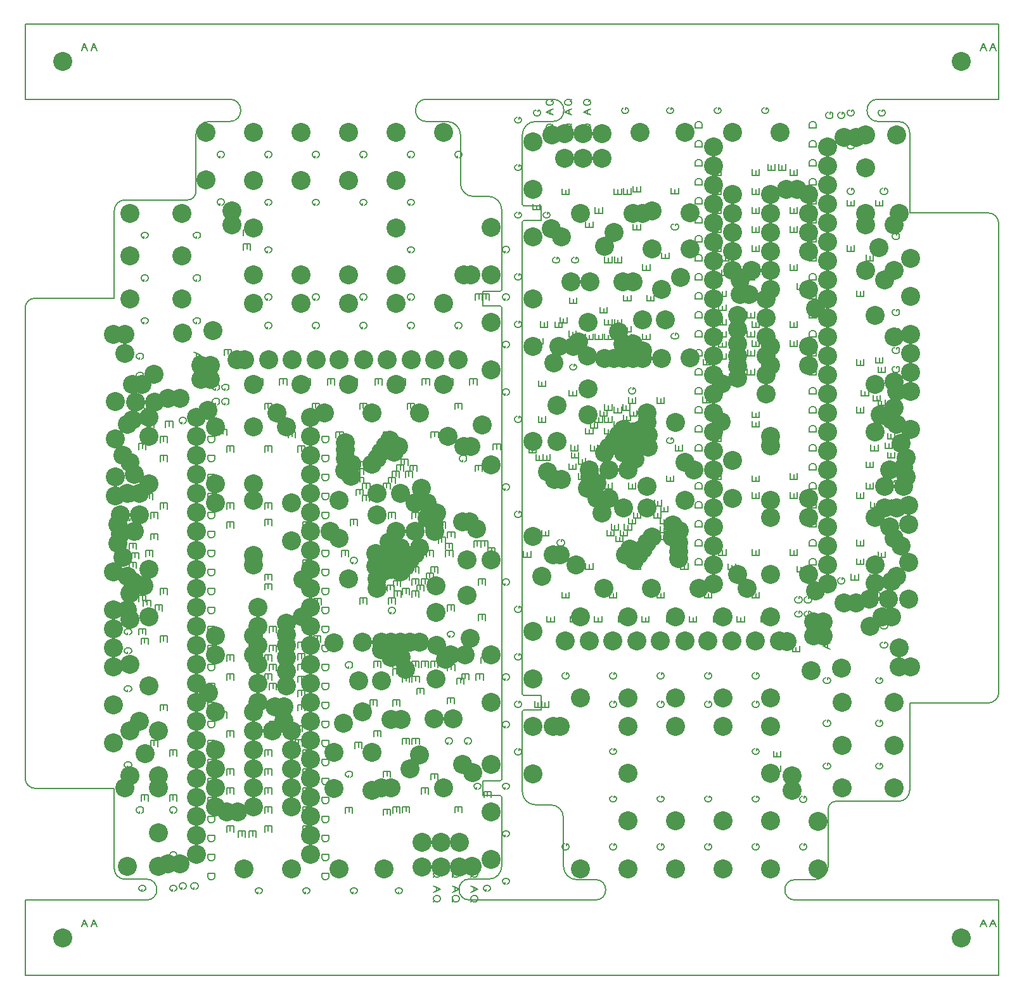
<source format=gbr>
G04 DesignSpark PCB PRO Gerber Version 10.0 Build 5299*
G04 #@! TF.Part,CustomerPanel*
G04 #@! TF.FileFunction,Drillmap*
G04 #@! TF.FilePolarity,Positive*
%FSLAX35Y35*%
%MOIN*%
%ADD19C,0.00500*%
%ADD11C,0.00800*%
G04 #@! TA.AperFunction,WasherPad*
%ADD24C,0.10000*%
G04 #@! TD.AperFunction*
X0Y0D02*
D02*
D19*
X212877Y431880D02*
Y430942D01*
X212565D01*
X211940Y431255D01*
X211627Y431567D01*
X211315Y432192D01*
Y432817D01*
X211627Y433442D01*
X211940Y433755D01*
X212565Y434067D01*
X213815D01*
X214440Y433755D01*
X214752Y433442D01*
X215065Y432817D01*
Y432192D01*
X214752Y431567D01*
X214440Y431255D01*
X213815Y430942D01*
X237877Y431880D02*
Y430942D01*
X237565D01*
X236940Y431255D01*
X236627Y431567D01*
X236315Y432192D01*
Y432817D01*
X236627Y433442D01*
X236940Y433755D01*
X237565Y434067D01*
X238815D01*
X239440Y433755D01*
X239752Y433442D01*
X240065Y432817D01*
Y432192D01*
X239752Y431567D01*
X239440Y431255D01*
X238815Y430942D01*
X262877Y431880D02*
Y430942D01*
X262565D01*
X261940Y431255D01*
X261627Y431567D01*
X261315Y432192D01*
Y432817D01*
X261627Y433442D01*
X261940Y433755D01*
X262565Y434067D01*
X263815D01*
X264440Y433755D01*
X264752Y433442D01*
X265065Y432817D01*
Y432192D01*
X264752Y431567D01*
X264440Y431255D01*
X263815Y430942D01*
X287877Y431880D02*
Y430942D01*
X287565D01*
X286940Y431255D01*
X286627Y431567D01*
X286315Y432192D01*
Y432817D01*
X286627Y433442D01*
X286940Y433755D01*
X287565Y434067D01*
X288815D01*
X289440Y433755D01*
X289752Y433442D01*
X290065Y432817D01*
Y432192D01*
X289752Y431567D01*
X289440Y431255D01*
X288815Y430942D01*
X312877Y431880D02*
Y430942D01*
X312565D01*
X311940Y431255D01*
X311627Y431567D01*
X311315Y432192D01*
Y432817D01*
X311627Y433442D01*
X311940Y433755D01*
X312565Y434067D01*
X313815D01*
X314440Y433755D01*
X314752Y433442D01*
X315065Y432817D01*
Y432192D01*
X314752Y431567D01*
X314440Y431255D01*
X313815Y430942D01*
X337877Y431880D02*
Y430942D01*
X337565D01*
X336940Y431255D01*
X336627Y431567D01*
X336315Y432192D01*
Y432817D01*
X336627Y433442D01*
X336940Y433755D01*
X337565Y434067D01*
X338815D01*
X339440Y433755D01*
X339752Y433442D01*
X340065Y432817D01*
Y432192D01*
X339752Y431567D01*
X339440Y431255D01*
X338815Y430942D01*
X212877Y406880D02*
Y405942D01*
X212565D01*
X211940Y406255D01*
X211627Y406567D01*
X211315Y407192D01*
Y407817D01*
X211627Y408442D01*
X211940Y408755D01*
X212565Y409067D01*
X213815D01*
X214440Y408755D01*
X214752Y408442D01*
X215065Y407817D01*
Y407192D01*
X214752Y406567D01*
X214440Y406255D01*
X213815Y405942D01*
X237877Y406670D02*
Y405732D01*
X237565D01*
X236940Y406044D01*
X236627Y406357D01*
X236315Y406982D01*
Y407607D01*
X236627Y408232D01*
X236940Y408544D01*
X237565Y408857D01*
X238815D01*
X239440Y408544D01*
X239752Y408232D01*
X240065Y407607D01*
Y406982D01*
X239752Y406357D01*
X239440Y406044D01*
X238815Y405732D01*
X262877Y406670D02*
Y405732D01*
X262565D01*
X261940Y406044D01*
X261627Y406357D01*
X261315Y406982D01*
Y407607D01*
X261627Y408232D01*
X261940Y408544D01*
X262565Y408857D01*
X263815D01*
X264440Y408544D01*
X264752Y408232D01*
X265065Y407607D01*
Y406982D01*
X264752Y406357D01*
X264440Y406044D01*
X263815Y405732D01*
X287877Y406670D02*
Y405732D01*
X287565D01*
X286940Y406044D01*
X286627Y406357D01*
X286315Y406982D01*
Y407607D01*
X286627Y408232D01*
X286940Y408544D01*
X287565Y408857D01*
X288815D01*
X289440Y408544D01*
X289752Y408232D01*
X290065Y407607D01*
Y406982D01*
X289752Y406357D01*
X289440Y406044D01*
X288815Y405732D01*
X312877Y406670D02*
Y405732D01*
X312565D01*
X311940Y406044D01*
X311627Y406357D01*
X311315Y406982D01*
Y407607D01*
X311627Y408232D01*
X311940Y408544D01*
X312565Y408857D01*
X313815D01*
X314440Y408544D01*
X314752Y408232D01*
X315065Y407607D01*
Y406982D01*
X314752Y406357D01*
X314440Y406044D01*
X313815Y405732D01*
X225065Y392817D02*
X228815D01*
Y389692D01*
X226940Y390317D02*
Y392817D01*
X225065D02*
Y389692D01*
X172877Y389380D02*
Y388442D01*
X172565D01*
X171940Y388755D01*
X171627Y389067D01*
X171315Y389692D01*
Y390317D01*
X171627Y390942D01*
X171940Y391255D01*
X172565Y391567D01*
X173815D01*
X174440Y391255D01*
X174752Y390942D01*
X175065Y390317D01*
Y389692D01*
X174752Y389067D01*
X174440Y388755D01*
X173815Y388442D01*
X200377Y389380D02*
Y388442D01*
X200065D01*
X199440Y388755D01*
X199127Y389067D01*
X198815Y389692D01*
Y390317D01*
X199127Y390942D01*
X199440Y391255D01*
X200065Y391567D01*
X201315D01*
X201940Y391255D01*
X202252Y390942D01*
X202565Y390317D01*
Y389692D01*
X202252Y389067D01*
X201940Y388755D01*
X201315Y388442D01*
X225065Y385317D02*
X228815D01*
Y382192D01*
X226940Y382817D02*
Y385317D01*
X225065D02*
Y382192D01*
X362877Y381880D02*
Y380942D01*
X362565D01*
X361940Y381255D01*
X361627Y381567D01*
X361315Y382192D01*
Y382817D01*
X361627Y383442D01*
X361940Y383755D01*
X362565Y384067D01*
X363815D01*
X364440Y383755D01*
X364752Y383442D01*
X365065Y382817D01*
Y382192D01*
X364752Y381567D01*
X364440Y381255D01*
X363815Y380942D01*
X237877Y381709D02*
Y380771D01*
X237565D01*
X236940Y381084D01*
X236627Y381396D01*
X236315Y382021D01*
Y382646D01*
X236627Y383271D01*
X236940Y383584D01*
X237565Y383896D01*
X238815D01*
X239440Y383584D01*
X239752Y383271D01*
X240065Y382646D01*
Y382021D01*
X239752Y381396D01*
X239440Y381084D01*
X238815Y380771D01*
X312877Y381709D02*
Y380771D01*
X312565D01*
X311940Y381084D01*
X311627Y381396D01*
X311315Y382021D01*
Y382646D01*
X311627Y383271D01*
X311940Y383584D01*
X312565Y383896D01*
X313815D01*
X314440Y383584D01*
X314752Y383271D01*
X315065Y382646D01*
Y382021D01*
X314752Y381396D01*
X314440Y381084D01*
X313815Y380771D01*
X172877Y366880D02*
Y365942D01*
X172565D01*
X171940Y366255D01*
X171627Y366567D01*
X171315Y367192D01*
Y367817D01*
X171627Y368442D01*
X171940Y368755D01*
X172565Y369067D01*
X173815D01*
X174440Y368755D01*
X174752Y368442D01*
X175065Y367817D01*
Y367192D01*
X174752Y366567D01*
X174440Y366255D01*
X173815Y365942D01*
X200377Y366880D02*
Y365942D01*
X200065D01*
X199440Y366255D01*
X199127Y366567D01*
X198815Y367192D01*
Y367817D01*
X199127Y368442D01*
X199440Y368755D01*
X200065Y369067D01*
X201315D01*
X201940Y368755D01*
X202252Y368442D01*
X202565Y367817D01*
Y367192D01*
X202252Y366567D01*
X201940Y366255D01*
X201315Y365942D01*
X347034Y359067D02*
X350784D01*
Y355942D01*
X348909Y356567D02*
Y359067D01*
X347034D02*
Y355942D01*
X350784Y359067D02*
X354534D01*
Y355942D01*
X352659Y356567D02*
Y359067D01*
X350784D02*
Y355942D01*
X362877Y356880D02*
Y355942D01*
X362565D01*
X361940Y356255D01*
X361627Y356567D01*
X361315Y357192D01*
Y357817D01*
X361627Y358442D01*
X361940Y358755D01*
X362565Y359067D01*
X363815D01*
X364440Y358755D01*
X364752Y358442D01*
X365065Y357817D01*
Y357192D01*
X364752Y356567D01*
X364440Y356255D01*
X363815Y355942D01*
X237877Y356873D02*
Y355935D01*
X237565D01*
X236940Y356248D01*
X236627Y356561D01*
X236315Y357185D01*
Y357811D01*
X236627Y358435D01*
X236940Y358748D01*
X237565Y359061D01*
X238815D01*
X239440Y358748D01*
X239752Y358435D01*
X240065Y357811D01*
Y357185D01*
X239752Y356561D01*
X239440Y356248D01*
X238815Y355935D01*
X262877Y356873D02*
Y355935D01*
X262565D01*
X261940Y356248D01*
X261627Y356561D01*
X261315Y357185D01*
Y357811D01*
X261627Y358435D01*
X261940Y358748D01*
X262565Y359061D01*
X263815D01*
X264440Y358748D01*
X264752Y358435D01*
X265065Y357811D01*
Y357185D01*
X264752Y356561D01*
X264440Y356248D01*
X263815Y355935D01*
X287877Y356873D02*
Y355935D01*
X287565D01*
X286940Y356248D01*
X286627Y356561D01*
X286315Y357185D01*
Y357811D01*
X286627Y358435D01*
X286940Y358748D01*
X287565Y359061D01*
X288815D01*
X289440Y358748D01*
X289752Y358435D01*
X290065Y357811D01*
Y357185D01*
X289752Y356561D01*
X289440Y356248D01*
X288815Y355935D01*
X312877Y356873D02*
Y355935D01*
X312565D01*
X311940Y356248D01*
X311627Y356561D01*
X311315Y357185D01*
Y357811D01*
X311627Y358435D01*
X311940Y358748D01*
X312565Y359061D01*
X313815D01*
X314440Y358748D01*
X314752Y358435D01*
X315065Y357811D01*
Y357185D01*
X314752Y356561D01*
X314440Y356248D01*
X313815Y355935D01*
X172877Y344380D02*
Y343442D01*
X172565D01*
X171940Y343755D01*
X171627Y344067D01*
X171315Y344692D01*
Y345317D01*
X171627Y345942D01*
X171940Y346255D01*
X172565Y346567D01*
X173815D01*
X174440Y346255D01*
X174752Y345942D01*
X175065Y345317D01*
Y344692D01*
X174752Y344067D01*
X174440Y343755D01*
X173815Y343442D01*
X200377Y344380D02*
Y343442D01*
X200065D01*
X199440Y343755D01*
X199127Y344067D01*
X198815Y344692D01*
Y345317D01*
X199127Y345942D01*
X199440Y346255D01*
X200065Y346567D01*
X201315D01*
X201940Y346255D01*
X202252Y345942D01*
X202565Y345317D01*
Y344692D01*
X202252Y344067D01*
X201940Y343755D01*
X201315Y343442D01*
X237877Y341841D02*
Y340903D01*
X237565D01*
X236940Y341215D01*
X236627Y341528D01*
X236315Y342153D01*
Y342778D01*
X236627Y343403D01*
X236940Y343715D01*
X237565Y344028D01*
X238815D01*
X239440Y343715D01*
X239752Y343403D01*
X240065Y342778D01*
Y342153D01*
X239752Y341528D01*
X239440Y341215D01*
X238815Y340903D01*
X262877Y341841D02*
Y340903D01*
X262565D01*
X261940Y341215D01*
X261627Y341528D01*
X261315Y342153D01*
Y342778D01*
X261627Y343403D01*
X261940Y343715D01*
X262565Y344028D01*
X263815D01*
X264440Y343715D01*
X264752Y343403D01*
X265065Y342778D01*
Y342153D01*
X264752Y341528D01*
X264440Y341215D01*
X263815Y340903D01*
X287877Y341841D02*
Y340903D01*
X287565D01*
X286940Y341215D01*
X286627Y341528D01*
X286315Y342153D01*
Y342778D01*
X286627Y343403D01*
X286940Y343715D01*
X287565Y344028D01*
X288815D01*
X289440Y343715D01*
X289752Y343403D01*
X290065Y342778D01*
Y342153D01*
X289752Y341528D01*
X289440Y341215D01*
X288815Y340903D01*
X312877Y341841D02*
Y340903D01*
X312565D01*
X311940Y341215D01*
X311627Y341528D01*
X311315Y342153D01*
Y342778D01*
X311627Y343403D01*
X311940Y343715D01*
X312565Y344028D01*
X313815D01*
X314440Y343715D01*
X314752Y343403D01*
X315065Y342778D01*
Y342153D01*
X314752Y341528D01*
X314440Y341215D01*
X313815Y340903D01*
X337877Y341841D02*
Y340903D01*
X337565D01*
X336940Y341215D01*
X336627Y341528D01*
X336315Y342153D01*
Y342778D01*
X336627Y343403D01*
X336940Y343715D01*
X337565Y344028D01*
X338815D01*
X339440Y343715D01*
X339752Y343403D01*
X340065Y342778D01*
Y342153D01*
X339752Y341528D01*
X339440Y341215D01*
X338815Y340903D01*
X362877Y331880D02*
Y330942D01*
X362565D01*
X361940Y331255D01*
X361627Y331567D01*
X361315Y332192D01*
Y332817D01*
X361627Y333442D01*
X361940Y333755D01*
X362565Y334067D01*
X363815D01*
X364440Y333755D01*
X364752Y333442D01*
X365065Y332817D01*
Y332192D01*
X364752Y331567D01*
X364440Y331255D01*
X363815Y330942D01*
X215065Y329917D02*
X218815D01*
Y326792D01*
X216940Y327417D02*
Y329917D01*
X215065D02*
Y326792D01*
X198909Y328384D02*
X202659Y326821D01*
X198909Y325259D01*
X200472Y327759D02*
Y325884D01*
X198909Y323384D02*
X202659D01*
Y320259D01*
X200785Y320884D02*
Y323384D01*
X164127Y325645D02*
Y324707D01*
X163815D01*
X163190Y325020D01*
X162877Y325333D01*
X162565Y325957D01*
Y326583D01*
X162877Y327207D01*
X163190Y327520D01*
X163815Y327833D01*
X165065D01*
X165690Y327520D01*
X166002Y327207D01*
X166315Y326583D01*
Y325957D01*
X166002Y325333D01*
X165690Y325020D01*
X165065Y324707D01*
X170377Y325645D02*
Y324707D01*
X170065D01*
X169440Y325020D01*
X169127Y325333D01*
X168815Y325957D01*
Y326583D01*
X169127Y327207D01*
X169440Y327520D01*
X170065Y327833D01*
X171315D01*
X171940Y327520D01*
X172252Y327207D01*
X172565Y326583D01*
Y325957D01*
X172252Y325333D01*
X171940Y325020D01*
X171315Y324707D01*
X170377Y315630D02*
Y314692D01*
X170065D01*
X169440Y315005D01*
X169127Y315317D01*
X168815Y315942D01*
Y316567D01*
X169127Y317192D01*
X169440Y317505D01*
X170065Y317817D01*
X171315D01*
X171940Y317505D01*
X172252Y317192D01*
X172565Y316567D01*
Y315942D01*
X172252Y315317D01*
X171940Y315005D01*
X171315Y314692D01*
X227728Y314415D02*
X231478D01*
Y311290D01*
X229603Y311915D02*
Y314415D01*
X227728D02*
Y311290D01*
X231722Y314317D02*
X235472D01*
Y311192D01*
X233597Y311817D02*
Y314317D01*
X231722D02*
Y311192D01*
X244202Y314317D02*
X247952D01*
Y311192D01*
X246077Y311817D02*
Y314317D01*
X244202D02*
Y311192D01*
X256682Y314317D02*
X260432D01*
Y311192D01*
X258557Y311817D02*
Y314317D01*
X256682D02*
Y311192D01*
X269287Y314317D02*
X273037D01*
Y311192D01*
X271163Y311817D02*
Y314317D01*
X269287D02*
Y311192D01*
X294248Y314317D02*
X297998D01*
Y311192D01*
X296123Y311817D02*
Y314317D01*
X294248D02*
Y311192D01*
X331814Y314317D02*
X335564D01*
Y311192D01*
X333689Y311817D02*
Y314317D01*
X331814D02*
Y311192D01*
X281393Y314296D02*
X285143D01*
Y311170D01*
X283269Y311796D02*
Y314296D01*
X281393D02*
Y311170D01*
X306728Y314296D02*
X310478D01*
Y311170D01*
X308604Y311796D02*
Y314296D01*
X306728D02*
Y311170D01*
X319209Y314296D02*
X322959D01*
Y311170D01*
X321084Y311796D02*
Y314296D01*
X319209D02*
Y311170D01*
X344169Y314296D02*
X347919D01*
Y311170D01*
X346044Y311796D02*
Y314296D01*
X344169D02*
Y311170D01*
X210377Y309380D02*
Y308442D01*
X210065D01*
X209440Y308755D01*
X209127Y309067D01*
X208815Y309692D01*
Y310317D01*
X209127Y310942D01*
X209440Y311255D01*
X210065Y311567D01*
X211315D01*
X211940Y311255D01*
X212252Y310942D01*
X212565Y310317D01*
Y309692D01*
X212252Y309067D01*
X211940Y308755D01*
X211315Y308442D01*
X215377Y309380D02*
Y308442D01*
X215065D01*
X214440Y308755D01*
X214127Y309067D01*
X213815Y309692D01*
Y310317D01*
X214127Y310942D01*
X214440Y311255D01*
X215065Y311567D01*
X216315D01*
X216940Y311255D01*
X217252Y310942D01*
X217565Y310317D01*
Y309692D01*
X217252Y309067D01*
X216940Y308755D01*
X216315Y308442D01*
X362877Y306880D02*
Y305942D01*
X362565D01*
X361940Y306255D01*
X361627Y306567D01*
X361315Y307192D01*
Y307817D01*
X361627Y308442D01*
X361940Y308755D01*
X362565Y309067D01*
X363815D01*
X364440Y308755D01*
X364752Y308442D01*
X365065Y307817D01*
Y307192D01*
X364752Y306567D01*
X364440Y306255D01*
X363815Y305942D01*
X184047Y306683D02*
X187797D01*
Y303557D01*
X185922Y304183D02*
Y306683D01*
X184047D02*
Y303557D01*
X210377Y301880D02*
Y300942D01*
X210065D01*
X209440Y301255D01*
X209127Y301567D01*
X208815Y302192D01*
Y302817D01*
X209127Y303442D01*
X209440Y303755D01*
X210065Y304067D01*
X211315D01*
X211940Y303755D01*
X212252Y303442D01*
X212565Y302817D01*
Y302192D01*
X212252Y301567D01*
X211940Y301255D01*
X211315Y300942D01*
X215377Y301880D02*
Y300942D01*
X215065D01*
X214440Y301255D01*
X214127Y301567D01*
X213815Y302192D01*
Y302817D01*
X214127Y303442D01*
X214440Y303755D01*
X215065Y304067D01*
X216315D01*
X216940Y303755D01*
X217252Y303442D01*
X217565Y302817D01*
Y302192D01*
X217252Y301567D01*
X216940Y301255D01*
X216315Y300942D01*
X174127Y299380D02*
Y298442D01*
X173815D01*
X173190Y298755D01*
X172877Y299067D01*
X172565Y299692D01*
Y300317D01*
X172877Y300942D01*
X173190Y301255D01*
X173815Y301567D01*
X175065D01*
X175690Y301255D01*
X176002Y300942D01*
X176315Y300317D01*
Y299692D01*
X176002Y299067D01*
X175690Y298755D01*
X175065Y298442D01*
X179127Y299380D02*
Y298442D01*
X178815D01*
X178190Y298755D01*
X177877Y299067D01*
X177565Y299692D01*
Y300317D01*
X177877Y300942D01*
X178190Y301255D01*
X178815Y301567D01*
X180065D01*
X180690Y301255D01*
X181002Y300942D01*
X181315Y300317D01*
Y299692D01*
X181002Y299067D01*
X180690Y298755D01*
X180065Y298442D01*
X236315Y301567D02*
X240065D01*
Y298442D01*
X238190Y299067D02*
Y301567D01*
X236315D02*
Y298442D01*
X261315Y301567D02*
X265065D01*
Y298442D01*
X263190Y299067D02*
Y301567D01*
X261315D02*
Y298442D01*
X286315Y301567D02*
X290065D01*
Y298442D01*
X288190Y299067D02*
Y301567D01*
X286315D02*
Y298442D01*
X311315Y301567D02*
X315065D01*
Y298442D01*
X313190Y299067D02*
Y301567D01*
X311315D02*
Y298442D01*
X336315Y301567D02*
X340065D01*
Y298442D01*
X338190Y299067D02*
Y301567D01*
X336315D02*
Y298442D01*
X192877Y291880D02*
Y290942D01*
X192565D01*
X191940Y291255D01*
X191627Y291567D01*
X191315Y292192D01*
Y292817D01*
X191627Y293442D01*
X191940Y293755D01*
X192565Y294067D01*
X193815D01*
X194440Y293755D01*
X194752Y293442D01*
X195065Y292817D01*
Y292192D01*
X194752Y291567D01*
X194440Y291255D01*
X193815Y290942D01*
X199127Y291880D02*
Y290942D01*
X198815D01*
X198190Y291255D01*
X197877Y291567D01*
X197565Y292192D01*
Y292817D01*
X197877Y293442D01*
X198190Y293755D01*
X198815Y294067D01*
X200065D01*
X200690Y293755D01*
X201002Y293442D01*
X201315Y292817D01*
Y292192D01*
X201002Y291567D01*
X200690Y291255D01*
X200065Y290942D01*
X165377Y290143D02*
Y289205D01*
X165065D01*
X164440Y289518D01*
X164127Y289830D01*
X163815Y290455D01*
Y291080D01*
X164127Y291705D01*
X164440Y292018D01*
X165065Y292330D01*
X166315D01*
X166940Y292018D01*
X167252Y291705D01*
X167565Y291080D01*
Y290455D01*
X167252Y289830D01*
X166940Y289518D01*
X166315Y289205D01*
X174437Y292081D02*
X178187D01*
Y288956D01*
X176312Y289581D02*
Y292081D01*
X174437D02*
Y288956D01*
X184172Y292081D02*
X187922D01*
Y288956D01*
X186047Y289581D02*
Y292081D01*
X184172D02*
Y288956D01*
X212502Y287817D02*
X216252D01*
Y284692D01*
X214377Y285317D02*
Y287817D01*
X212502D02*
Y284692D01*
X248815Y286567D02*
X252565D01*
Y283442D01*
X250690Y284067D02*
Y286567D01*
X248815D02*
Y283442D01*
X273834Y286465D02*
X277584D01*
Y283339D01*
X275709Y283965D02*
Y286465D01*
X273834D02*
Y283339D01*
X298834Y286465D02*
X302584D01*
Y283339D01*
X300709Y283965D02*
Y286465D01*
X298834D02*
Y283339D01*
X323834Y286465D02*
X327584D01*
Y283339D01*
X325709Y283965D02*
Y286465D01*
X323834D02*
Y283339D01*
X206315Y284067D02*
X210065D01*
Y282192D01*
X209752Y281567D01*
X209440Y281255D01*
X208815Y280942D01*
X207565D01*
X206940Y281255D01*
X206627Y281567D01*
X206315Y282192D01*
Y284067D01*
X266315D02*
X270065D01*
Y282192D01*
X269752Y281567D01*
X269440Y281255D01*
X268815Y280942D01*
X267565D01*
X266940Y281255D01*
X266627Y281567D01*
X266315Y282192D01*
Y284067D01*
X181315Y283969D02*
X185065D01*
Y280843D01*
X183190Y281469D02*
Y283969D01*
X181315D02*
Y280843D01*
X172565Y282817D02*
X176315D01*
Y279692D01*
X174440Y280317D02*
Y282817D01*
X172565D02*
Y279692D01*
X170065Y280317D02*
X173815D01*
Y277192D01*
X171940Y277817D02*
Y280317D01*
X170065D02*
Y277192D01*
X356525Y280100D02*
X360275D01*
Y276974D01*
X358400Y277600D02*
Y280100D01*
X356525D02*
Y276974D01*
X216315Y279067D02*
X220065D01*
Y275942D01*
X218190Y276567D02*
Y279067D01*
X216315D02*
Y275942D01*
X236315Y279067D02*
X240065D01*
Y275942D01*
X238190Y276567D02*
Y279067D01*
X236315D02*
Y275942D01*
X253815Y279067D02*
X257565D01*
Y275942D01*
X255690Y276567D02*
Y279067D01*
X253815D02*
Y275942D01*
X181315Y274067D02*
X185065D01*
Y270942D01*
X183190Y271567D02*
Y274067D01*
X181315D02*
Y270942D01*
X206315Y274067D02*
X210065D01*
Y272192D01*
X209752Y271567D01*
X209440Y271255D01*
X208815Y270942D01*
X207565D01*
X206940Y271255D01*
X206627Y271567D01*
X206315Y272192D01*
Y274067D01*
X266315D02*
X270065D01*
Y272192D01*
X269752Y271567D01*
X269440Y271255D01*
X268815Y270942D01*
X267565D01*
X266940Y271255D01*
X266627Y271567D01*
X266315Y272192D01*
Y274067D01*
X340377Y271880D02*
Y270942D01*
X340065D01*
X339440Y271255D01*
X339127Y271567D01*
X338815Y272192D01*
Y272817D01*
X339127Y273442D01*
X339440Y273755D01*
X340065Y274067D01*
X341315D01*
X341940Y273755D01*
X342252Y273442D01*
X342565Y272817D01*
Y272192D01*
X342252Y271567D01*
X341940Y271255D01*
X341315Y270942D01*
X165377Y270630D02*
Y269692D01*
X165065D01*
X164440Y270005D01*
X164127Y270317D01*
X163815Y270942D01*
Y271567D01*
X164127Y272192D01*
X164440Y272505D01*
X165065Y272817D01*
X166315D01*
X166940Y272505D01*
X167252Y272192D01*
X167565Y271567D01*
Y270942D01*
X167252Y270317D01*
X166940Y270005D01*
X166315Y269692D01*
X307976Y271987D02*
X311726D01*
Y268862D01*
X309852Y269487D02*
Y271987D01*
X307976D02*
Y268862D01*
X284763Y270864D02*
X288513D01*
Y267739D01*
X286638Y268364D02*
Y270864D01*
X284763D02*
Y267739D01*
X305730Y268992D02*
X309480D01*
Y265867D01*
X307605Y266492D02*
Y268992D01*
X305730D02*
Y265867D01*
X346915Y268867D02*
X350665D01*
Y265742D01*
X348790Y266367D02*
Y268867D01*
X346915D02*
Y265742D01*
X350665Y268867D02*
X354415D01*
Y265742D01*
X352540Y266367D02*
Y268867D01*
X350665D02*
Y265742D01*
X312594Y268865D02*
X316344D01*
Y265740D01*
X314469Y266365D02*
Y268865D01*
X312594D02*
Y265740D01*
X284638Y267120D02*
X288388D01*
Y263995D01*
X286513Y264620D02*
Y267120D01*
X284638D02*
Y263995D01*
X303483Y265747D02*
X307233D01*
Y262622D01*
X305359Y263247D02*
Y265747D01*
X303483D02*
Y262622D01*
X310348Y265716D02*
X314098D01*
Y262591D01*
X312223Y263216D02*
Y265716D01*
X310348D02*
Y262591D01*
X167565Y264067D02*
X171315D01*
Y260942D01*
X169440Y261567D02*
Y264067D01*
X167565D02*
Y260942D01*
X206315Y264067D02*
X210065D01*
Y262192D01*
X209752Y261567D01*
X209440Y261255D01*
X208815Y260942D01*
X207565D01*
X206940Y261255D01*
X206627Y261567D01*
X206315Y262192D01*
Y264067D01*
X266315D02*
X270065D01*
Y262192D01*
X269752Y261567D01*
X269440Y261255D01*
X268815Y260942D01*
X267565D01*
X266940Y261255D01*
X266627Y261567D01*
X266315Y262192D01*
Y264067D01*
X301237Y262627D02*
X304987D01*
Y259502D01*
X303112Y260127D02*
Y262627D01*
X301237D02*
Y259502D01*
X284638Y262566D02*
X288388D01*
Y259441D01*
X286513Y260066D02*
Y262566D01*
X284638D02*
Y259441D01*
X171315Y260317D02*
X175065D01*
Y257192D01*
X173190Y257817D02*
Y260317D01*
X171315D02*
Y257192D01*
X298616Y259507D02*
X302366D01*
Y256382D01*
X300491Y257007D02*
Y259507D01*
X298616D02*
Y256382D01*
X287883Y259417D02*
X291633D01*
Y256291D01*
X289758Y256917D02*
Y259417D01*
X287883D02*
Y256291D01*
X362877Y256880D02*
Y255942D01*
X362565D01*
X361940Y256255D01*
X361627Y256567D01*
X361315Y257192D01*
Y257817D01*
X361627Y258442D01*
X361940Y258755D01*
X362565Y259067D01*
X363815D01*
X364440Y258755D01*
X364752Y258442D01*
X365065Y257817D01*
Y257192D01*
X364752Y256567D01*
X364440Y256255D01*
X363815Y255942D01*
X284389Y256267D02*
X288139D01*
Y253142D01*
X286264Y253767D02*
Y256267D01*
X284389D02*
Y253142D01*
X173815Y254067D02*
X177565D01*
Y250942D01*
X175690Y251567D02*
Y254067D01*
X173815D02*
Y250942D01*
X206315Y254067D02*
X210065D01*
Y252192D01*
X209752Y251567D01*
X209440Y251255D01*
X208815Y250942D01*
X207565D01*
X206940Y251255D01*
X206627Y251567D01*
X206315Y252192D01*
Y254067D01*
X266315D02*
X270065D01*
Y252192D01*
X269752Y251567D01*
X269440Y251255D01*
X268815Y250942D01*
X267565D01*
X266940Y251255D01*
X266627Y251567D01*
X266315Y252192D01*
Y254067D01*
X287758Y253117D02*
X291508D01*
Y249992D01*
X289633Y250617D02*
Y253117D01*
X287758D02*
Y249992D01*
X165377Y250630D02*
Y249692D01*
X165065D01*
X164440Y250005D01*
X164127Y250317D01*
X163815Y250942D01*
Y251567D01*
X164127Y252192D01*
X164440Y252505D01*
X165065Y252817D01*
X166315D01*
X166940Y252505D01*
X167252Y252192D01*
X167565Y251567D01*
Y250942D01*
X167252Y250317D01*
X166940Y250005D01*
X166315Y249692D01*
X181315Y249067D02*
X185065D01*
Y245942D01*
X183190Y246567D02*
Y249067D01*
X181315D02*
Y245942D01*
X216315Y249067D02*
X220065D01*
Y245942D01*
X218190Y246567D02*
Y249067D01*
X216315D02*
Y245942D01*
X236315Y249067D02*
X240065D01*
Y245942D01*
X238190Y246567D02*
Y249067D01*
X236315D02*
Y245942D01*
X324825Y246818D02*
X328575D01*
Y243693D01*
X326700Y244318D02*
Y246818D01*
X324825D02*
Y243693D01*
X170065Y244067D02*
X173815D01*
Y240942D01*
X171940Y241567D02*
Y244067D01*
X170065D02*
Y240942D01*
X176315Y244067D02*
X180065D01*
Y240942D01*
X178190Y241567D02*
Y244067D01*
X176315D02*
Y240942D01*
X206315Y244067D02*
X210065D01*
Y242192D01*
X209752Y241567D01*
X209440Y241255D01*
X208815Y240942D01*
X207565D01*
X206940Y241255D01*
X206627Y241567D01*
X206315Y242192D01*
Y244067D01*
X266315D02*
X270065D01*
Y242192D01*
X269752Y241567D01*
X269440Y241255D01*
X268815Y240942D01*
X267565D01*
X266940Y241255D01*
X266627Y241567D01*
X266315Y242192D01*
Y244067D01*
X301315D02*
X305065D01*
Y240942D01*
X303190Y241567D02*
Y244067D01*
X301315D02*
Y240942D01*
X313815Y244067D02*
X317565D01*
Y240942D01*
X315690Y241567D02*
Y244067D01*
X313815D02*
Y240942D01*
X165377Y240630D02*
Y239692D01*
X165065D01*
X164440Y240005D01*
X164127Y240317D01*
X163815Y240942D01*
Y241567D01*
X164127Y242192D01*
X164440Y242505D01*
X165065Y242817D01*
X166315D01*
X166940Y242505D01*
X167252Y242192D01*
X167565Y241567D01*
Y240942D01*
X167252Y240317D01*
X166940Y240005D01*
X166315Y239692D01*
X236315Y240317D02*
X240065D01*
Y237192D01*
X238190Y237817D02*
Y240317D01*
X236315D02*
Y237192D01*
X281315Y240317D02*
X285065D01*
Y237192D01*
X283190Y237817D02*
Y240317D01*
X281315D02*
Y237192D01*
X216315Y239067D02*
X220065D01*
Y235942D01*
X218190Y236567D02*
Y239067D01*
X216315D02*
Y235942D01*
X256315Y239067D02*
X260065D01*
Y235942D01*
X258190Y236567D02*
Y239067D01*
X256315D02*
Y235942D01*
X321315Y239067D02*
X325065D01*
Y235942D01*
X323190Y236567D02*
Y239067D01*
X321315D02*
Y235942D01*
X327565Y239067D02*
X331315D01*
Y235942D01*
X329440Y236567D02*
Y239067D01*
X327565D02*
Y235942D01*
X206315Y234067D02*
X210065D01*
Y232192D01*
X209752Y231567D01*
X209440Y231255D01*
X208815Y230942D01*
X207565D01*
X206940Y231255D01*
X206627Y231567D01*
X206315Y232192D01*
Y234067D01*
X266315D02*
X270065D01*
Y232192D01*
X269752Y231567D01*
X269440Y231255D01*
X268815Y230942D01*
X267565D01*
X266940Y231255D01*
X266627Y231567D01*
X266315Y232192D01*
Y234067D01*
X332563Y233922D02*
X336313D01*
Y230797D01*
X334438Y231422D02*
Y233922D01*
X332563D02*
Y230797D01*
X166315Y232817D02*
X170065D01*
Y229692D01*
X168190Y230317D02*
Y232817D01*
X166315D02*
Y229692D01*
X176315Y232817D02*
X180065D01*
Y229692D01*
X178190Y230317D02*
Y232817D01*
X176315D02*
Y229692D01*
X301315Y232817D02*
X305065D01*
Y229692D01*
X303190Y230317D02*
Y232817D01*
X301315D02*
Y229692D01*
X327570Y231070D02*
X331320D01*
Y227945D01*
X329446Y228570D02*
Y231070D01*
X327570D02*
Y227945D01*
X346315Y229067D02*
X350065D01*
Y225942D01*
X348190Y226567D02*
Y229067D01*
X346315D02*
Y225942D01*
X350065Y229067D02*
X353815D01*
Y225942D01*
X351940Y226567D02*
Y229067D01*
X350065D02*
Y225942D01*
X331439Y227920D02*
X335189D01*
Y224795D01*
X333315Y225420D02*
Y227920D01*
X331439D02*
Y224795D01*
X165065Y227817D02*
X168815D01*
Y224692D01*
X166940Y225317D02*
Y227817D01*
X165065D02*
Y224692D01*
X353732Y225317D02*
X357482D01*
Y222192D01*
X355607Y222817D02*
Y225317D01*
X353732D02*
Y222192D01*
X173815Y224067D02*
X177565D01*
Y220942D01*
X175690Y221567D02*
Y224067D01*
X173815D02*
Y220942D01*
X206315Y224067D02*
X210065D01*
Y222192D01*
X209752Y221567D01*
X209440Y221255D01*
X208815Y220942D01*
X207565D01*
X206940Y221255D01*
X206627Y221567D01*
X206315Y222192D01*
Y224067D01*
X266315D02*
X270065D01*
Y222192D01*
X269752Y221567D01*
X269440Y221255D01*
X268815Y220942D01*
X267565D01*
X266940Y221255D01*
X266627Y221567D01*
X266315Y222192D01*
Y224067D01*
X311315D02*
X315065D01*
Y220942D01*
X313190Y221567D02*
Y224067D01*
X311315D02*
Y220942D01*
X321315Y224067D02*
X325065D01*
Y220942D01*
X323190Y221567D02*
Y224067D01*
X321315D02*
Y220942D01*
X331564Y224067D02*
X335314D01*
Y220942D01*
X333439Y221567D02*
Y224067D01*
X331564D02*
Y220942D01*
X276776Y224063D02*
X280526D01*
Y220938D01*
X278651Y221563D02*
Y224063D01*
X276776D02*
Y220938D01*
X166315Y222817D02*
X170065D01*
Y219692D01*
X168190Y220317D02*
Y222817D01*
X166315D02*
Y219692D01*
X282877Y218130D02*
Y217192D01*
X282565D01*
X281940Y217505D01*
X281627Y217817D01*
X281315Y218442D01*
Y219067D01*
X281627Y219692D01*
X281940Y220005D01*
X282565Y220317D01*
X283815D01*
X284440Y220005D01*
X284752Y219692D01*
X285065Y219067D01*
Y218442D01*
X284752Y217817D01*
X284440Y217505D01*
X283815Y217192D01*
X256315Y219067D02*
X260065D01*
Y215942D01*
X258190Y216567D02*
Y219067D01*
X256315D02*
Y215942D01*
X307602Y218472D02*
X311352D01*
Y215346D01*
X309477Y215972D02*
Y218472D01*
X307602D02*
Y215346D01*
X165065Y217817D02*
X168815D01*
Y214692D01*
X166940Y215317D02*
Y217817D01*
X165065D02*
Y214692D01*
X323815Y215322D02*
X327565D01*
Y212197D01*
X325690Y212822D02*
Y215322D01*
X323815D02*
Y212197D01*
X313815Y215317D02*
X317565D01*
Y212192D01*
X315690Y212817D02*
Y215317D01*
X313815D02*
Y212192D01*
X206315Y214067D02*
X210065D01*
Y212192D01*
X209752Y211567D01*
X209440Y211255D01*
X208815Y210942D01*
X207565D01*
X206940Y211255D01*
X206627Y211567D01*
X206315Y212192D01*
Y214067D01*
X266315D02*
X270065D01*
Y212192D01*
X269752Y211567D01*
X269440Y211255D01*
X268815Y210942D01*
X267565D01*
X266940Y211255D01*
X266627Y211567D01*
X266315Y212192D01*
Y214067D01*
X300738Y212331D02*
X304488D01*
Y209206D01*
X302613Y209831D02*
Y212331D01*
X300738D02*
Y209206D01*
X321315Y212172D02*
X325065D01*
Y209047D01*
X323190Y209672D02*
Y212172D01*
X321315D02*
Y209047D01*
X236315Y211567D02*
X240065D01*
Y208442D01*
X238190Y209067D02*
Y211567D01*
X236315D02*
Y208442D01*
X308815Y211567D02*
X312565D01*
Y208442D01*
X310690Y209067D02*
Y211567D01*
X308815D02*
Y208442D01*
X167565Y210317D02*
X171315D01*
Y207192D01*
X169440Y207817D02*
Y210317D01*
X167565D02*
Y207192D01*
X313815Y209067D02*
X317565D01*
Y205942D01*
X315690Y206567D02*
Y209067D01*
X313815D02*
Y205942D01*
X348732Y209067D02*
X352482D01*
Y205942D01*
X350607Y206567D02*
Y209067D01*
X348732D02*
Y205942D01*
X362877Y206880D02*
Y205942D01*
X362565D01*
X361940Y206255D01*
X361627Y206567D01*
X361315Y207192D01*
Y207817D01*
X361627Y208442D01*
X361940Y208755D01*
X362565Y209067D01*
X363815D01*
X364440Y208755D01*
X364752Y208442D01*
X365065Y207817D01*
Y207192D01*
X364752Y206567D01*
X364440Y206255D01*
X363815Y205942D01*
X318815Y209023D02*
X322565D01*
Y205898D01*
X320690Y206523D02*
Y209023D01*
X318815D02*
Y205898D01*
X304106Y208213D02*
X307856D01*
Y205088D01*
X305981Y205713D02*
Y208213D01*
X304106D02*
Y205088D01*
X236315Y206567D02*
X240065D01*
Y203442D01*
X238190Y204067D02*
Y206567D01*
X236315D02*
Y203442D01*
X300613Y205873D02*
X304363D01*
Y202748D01*
X302488Y203373D02*
Y205873D01*
X300613D02*
Y202748D01*
X316315Y205873D02*
X320065D01*
Y202748D01*
X318190Y203373D02*
Y205873D01*
X316315D02*
Y202748D01*
X181315Y204067D02*
X185065D01*
Y200942D01*
X183190Y201567D02*
Y204067D01*
X181315D02*
Y200942D01*
X206315Y204067D02*
X210065D01*
Y202192D01*
X209752Y201567D01*
X209440Y201255D01*
X208815Y200942D01*
X207565D01*
X206940Y201255D01*
X206627Y201567D01*
X206315Y202192D01*
Y204067D01*
X266315D02*
X270065D01*
Y202192D01*
X269752Y201567D01*
X269440Y201255D01*
X268815Y200942D01*
X267565D01*
X266940Y201255D01*
X266627Y201567D01*
X266315Y202192D01*
Y204067D01*
X308815D02*
X312565D01*
Y200942D01*
X310690Y201567D02*
Y204067D01*
X308815D02*
Y200942D01*
X164127Y200630D02*
Y199692D01*
X163815D01*
X163190Y200005D01*
X162877Y200317D01*
X162565Y200942D01*
Y201567D01*
X162877Y202192D01*
X163190Y202505D01*
X163815Y202817D01*
X165065D01*
X165690Y202505D01*
X166002Y202192D01*
X166315Y201567D01*
Y200942D01*
X166002Y200317D01*
X165690Y200005D01*
X165065Y199692D01*
X304357Y202724D02*
X308107D01*
Y199598D01*
X306232Y200224D02*
Y202724D01*
X304357D02*
Y199598D01*
X313815Y202724D02*
X317565D01*
Y199598D01*
X315690Y200224D02*
Y202724D01*
X313815D02*
Y199598D01*
X170065Y200317D02*
X173815D01*
Y197192D01*
X171940Y197817D02*
Y200317D01*
X170065D02*
Y197192D01*
X286315Y199067D02*
X290065D01*
Y195942D01*
X288190Y196567D02*
Y199067D01*
X286315D02*
Y195942D01*
X301315Y199067D02*
X305065D01*
Y195942D01*
X303190Y196567D02*
Y199067D01*
X301315D02*
Y195942D01*
X262174Y198728D02*
X265924D01*
Y195603D01*
X264049Y196228D02*
Y198728D01*
X262174D02*
Y195603D01*
X172565Y197817D02*
X176315D01*
Y194692D01*
X174440Y195317D02*
Y197817D01*
X172565D02*
Y194692D01*
X178815Y195317D02*
X182565D01*
Y192192D01*
X180690Y192817D02*
Y195317D01*
X178815D02*
Y192192D01*
X332482Y195317D02*
X336232D01*
Y192192D01*
X334357Y192817D02*
Y195317D01*
X332482D02*
Y192192D01*
X206315Y194067D02*
X210065D01*
Y192192D01*
X209752Y191567D01*
X209440Y191255D01*
X208815Y190942D01*
X207565D01*
X206940Y191255D01*
X206627Y191567D01*
X206315Y192192D01*
Y194067D01*
X266315D02*
X270065D01*
Y192192D01*
X269752Y191567D01*
X269440Y191255D01*
X268815Y190942D01*
X267565D01*
X266940Y191255D01*
X266627Y191567D01*
X266315Y192192D01*
Y194067D01*
X302877Y191880D02*
Y190942D01*
X302565D01*
X301940Y191255D01*
X301627Y191567D01*
X301315Y192192D01*
Y192817D01*
X301627Y193442D01*
X301940Y193755D01*
X302565Y194067D01*
X303815D01*
X304440Y193755D01*
X304752Y193442D01*
X305065Y192817D01*
Y192192D01*
X304752Y191567D01*
X304440Y191255D01*
X303815Y190942D01*
X171315Y191567D02*
X175065D01*
Y188442D01*
X173190Y189067D02*
Y191567D01*
X171315D02*
Y188442D01*
X348732Y190317D02*
X352482D01*
Y187192D01*
X350607Y187817D02*
Y190317D01*
X348732D02*
Y187192D01*
X206315Y184067D02*
X210065D01*
Y182192D01*
X209752Y181567D01*
X209440Y181255D01*
X208815Y180942D01*
X207565D01*
X206940Y181255D01*
X206627Y181567D01*
X206315Y182192D01*
Y184067D01*
X238815D02*
X242565D01*
Y180942D01*
X240690Y181567D02*
Y184067D01*
X238815D02*
Y180942D01*
X266315Y184067D02*
X270065D01*
Y182192D01*
X269752Y181567D01*
X269440Y181255D01*
X268815Y180942D01*
X267565D01*
X266940Y181255D01*
X266627Y181567D01*
X266315Y182192D01*
Y184067D01*
X164127Y180630D02*
Y179692D01*
X163815D01*
X163190Y180005D01*
X162877Y180317D01*
X162565Y180942D01*
Y181567D01*
X162877Y182192D01*
X163190Y182505D01*
X163815Y182817D01*
X165065D01*
X165690Y182505D01*
X166002Y182192D01*
X166315Y181567D01*
Y180942D01*
X166002Y180317D01*
X165690Y180005D01*
X165065Y179692D01*
X170049Y182817D02*
X173799D01*
Y179692D01*
X171924Y180317D02*
Y182817D01*
X170049D02*
Y179692D01*
X333876Y179380D02*
Y178442D01*
X333563D01*
X332938Y178755D01*
X332626Y179067D01*
X332313Y179692D01*
Y180317D01*
X332626Y180942D01*
X332938Y181255D01*
X333563Y181567D01*
X334813D01*
X335438Y181255D01*
X335751Y180942D01*
X336063Y180317D01*
Y179692D01*
X335751Y179067D01*
X335438Y178755D01*
X334813Y178442D01*
X181315Y179067D02*
X185065D01*
Y175942D01*
X183190Y176567D02*
Y179067D01*
X181315D02*
Y175942D01*
X262049Y179009D02*
X265799D01*
Y175884D01*
X263924Y176509D02*
Y179009D01*
X262049D02*
Y175884D01*
X171315Y177833D02*
X175065D01*
Y174707D01*
X173190Y175333D02*
Y177833D01*
X171315D02*
Y174707D01*
X253812Y175889D02*
X257562D01*
Y172764D01*
X255687Y173389D02*
Y175889D01*
X253812D02*
Y172764D01*
X206315Y174067D02*
X210065D01*
Y172192D01*
X209752Y171567D01*
X209440Y171255D01*
X208815Y170942D01*
X207565D01*
X206940Y171255D01*
X206627Y171567D01*
X206315Y172192D01*
Y174067D01*
X238711D02*
X242461D01*
Y170942D01*
X240586Y171567D02*
Y174067D01*
X238711D02*
Y170942D01*
X266315Y174067D02*
X270065D01*
Y172192D01*
X269752Y171567D01*
X269440Y171255D01*
X268815Y170942D01*
X267565D01*
X266940Y171255D01*
X266627Y171567D01*
X266315Y172192D01*
Y174067D01*
X164127Y170630D02*
Y169692D01*
X163815D01*
X163190Y170005D01*
X162877Y170317D01*
X162565Y170942D01*
Y171567D01*
X162877Y172192D01*
X163190Y172505D01*
X163815Y172817D01*
X165065D01*
X165690Y172505D01*
X166002Y172192D01*
X166315Y171567D01*
Y170942D01*
X166002Y170317D01*
X165690Y170005D01*
X165065Y169692D01*
X253812Y169649D02*
X257562D01*
Y166524D01*
X255687Y167149D02*
Y169649D01*
X253812D02*
Y166524D01*
X216315Y169067D02*
X220065D01*
Y165942D01*
X218190Y166567D02*
Y169067D01*
X216315D02*
Y165942D01*
X236315Y169067D02*
X240065D01*
Y165942D01*
X238190Y166567D02*
Y169067D01*
X236315D02*
Y165942D01*
X350212Y167817D02*
X353962D01*
Y164692D01*
X352087Y165317D02*
Y167817D01*
X350212D02*
Y164692D01*
X323815Y165655D02*
X327565D01*
Y162530D01*
X325690Y163155D02*
Y165655D01*
X323815D02*
Y162530D01*
X293815Y165654D02*
X297565D01*
Y162529D01*
X295690Y163154D02*
Y165654D01*
X293815D02*
Y162529D01*
X303815Y165654D02*
X307565D01*
Y162529D01*
X305690Y163154D02*
Y165654D01*
X303815D02*
Y162529D01*
X308815Y165654D02*
X312565D01*
Y162529D01*
X310690Y163154D02*
Y165654D01*
X308815D02*
Y162529D01*
X313815Y165654D02*
X317565D01*
Y162529D01*
X315690Y163154D02*
Y165654D01*
X313815D02*
Y162529D01*
X318815Y165654D02*
X322565D01*
Y162529D01*
X320690Y163154D02*
Y165654D01*
X318815D02*
Y162529D01*
X280377Y163130D02*
Y162192D01*
X280065D01*
X279440Y162505D01*
X279127Y162817D01*
X278815Y163442D01*
Y164067D01*
X279127Y164692D01*
X279440Y165005D01*
X280065Y165317D01*
X281315D01*
X281940Y165005D01*
X282252Y164692D01*
X282565Y164067D01*
Y163442D01*
X282252Y162817D01*
X281940Y162505D01*
X281315Y162192D01*
X253812Y164157D02*
X257562D01*
Y161032D01*
X255687Y161657D02*
Y164157D01*
X253812D02*
Y161032D01*
X206315Y164067D02*
X210065D01*
Y162192D01*
X209752Y161567D01*
X209440Y161255D01*
X208815Y160942D01*
X207565D01*
X206940Y161255D01*
X206627Y161567D01*
X206315Y162192D01*
Y164067D01*
X238815D02*
X242565D01*
Y160942D01*
X240690Y161567D02*
Y164067D01*
X238815D02*
Y160942D01*
X266315Y164067D02*
X270065D01*
Y162192D01*
X269752Y161567D01*
X269440Y161255D01*
X268815Y160942D01*
X267565D01*
X266940Y161255D01*
X266627Y161567D01*
X266315Y162192D01*
Y164067D01*
X332565D02*
X336315D01*
Y160942D01*
X334440Y161567D02*
Y164067D01*
X332565D02*
Y160942D01*
X164127Y160630D02*
Y159692D01*
X163815D01*
X163190Y160005D01*
X162877Y160317D01*
X162565Y160942D01*
Y161567D01*
X162877Y162192D01*
X163190Y162505D01*
X163815Y162817D01*
X165065D01*
X165690Y162505D01*
X166002Y162192D01*
X166315Y161567D01*
Y160942D01*
X166002Y160317D01*
X165690Y160005D01*
X165065Y159692D01*
X303815Y161661D02*
X307565D01*
Y158536D01*
X305690Y159161D02*
Y161661D01*
X303815D02*
Y158536D01*
X339976Y159165D02*
X343726D01*
Y156040D01*
X341851Y156665D02*
Y159165D01*
X339976D02*
Y156040D01*
X216315Y159067D02*
X220065D01*
Y155942D01*
X218190Y156567D02*
Y159067D01*
X216315D02*
Y155942D01*
X236315Y159067D02*
X240065D01*
Y155942D01*
X238190Y156567D02*
Y159067D01*
X236315D02*
Y155942D01*
X347565Y159067D02*
X351315D01*
Y155942D01*
X349440Y156567D02*
Y159067D01*
X347565D02*
Y155942D01*
X362877Y156880D02*
Y155942D01*
X362565D01*
X361940Y156255D01*
X361627Y156567D01*
X361315Y157192D01*
Y157817D01*
X361627Y158442D01*
X361940Y158755D01*
X362565Y159067D01*
X363815D01*
X364440Y158755D01*
X364752Y158442D01*
X365065Y157817D01*
Y157192D01*
X364752Y156567D01*
X364440Y156255D01*
X363815Y155942D01*
X253815Y157817D02*
X257565D01*
Y154692D01*
X255690Y155317D02*
Y157817D01*
X253815D02*
Y154692D01*
X308725Y157817D02*
X312475D01*
Y154692D01*
X310600Y155317D02*
Y157817D01*
X308725D02*
Y154692D01*
X313842Y157817D02*
X317592D01*
Y154692D01*
X315717Y155317D02*
Y157817D01*
X313842D02*
Y154692D01*
X337417Y156919D02*
X341167D01*
Y153794D01*
X339292Y154419D02*
Y156919D01*
X337417D02*
Y153794D01*
X171315Y154067D02*
X175065D01*
Y150942D01*
X173190Y151567D02*
Y154067D01*
X171315D02*
Y150942D01*
X206315Y154067D02*
X210065D01*
Y152192D01*
X209752Y151567D01*
X209440Y151255D01*
X208815Y150942D01*
X207565D01*
X206940Y151255D01*
X206627Y151567D01*
X206315Y152192D01*
Y154067D01*
X238815D02*
X242565D01*
Y150942D01*
X240690Y151567D02*
Y154067D01*
X238815D02*
Y150942D01*
X266315Y154067D02*
X270065D01*
Y152192D01*
X269752Y151567D01*
X269440Y151255D01*
X268815Y150942D01*
X267565D01*
X266940Y151255D01*
X266627Y151567D01*
X266315Y152192D01*
Y154067D01*
X164127Y150630D02*
Y149692D01*
X163815D01*
X163190Y150005D01*
X162877Y150317D01*
X162565Y150942D01*
Y151567D01*
X162877Y152192D01*
X163190Y152505D01*
X163815Y152817D01*
X165065D01*
X165690Y152505D01*
X166002Y152192D01*
X166315Y151567D01*
Y150942D01*
X166002Y150317D01*
X165690Y150005D01*
X165065Y149692D01*
X316315Y151567D02*
X320065D01*
Y148442D01*
X318190Y149067D02*
Y151567D01*
X316315D02*
Y148442D01*
X253815Y150317D02*
X257565D01*
Y147192D01*
X255690Y147817D02*
Y150317D01*
X253815D02*
Y147192D01*
X332299Y146567D02*
X336049D01*
Y143442D01*
X334174Y144067D02*
Y146567D01*
X332299D02*
Y143442D01*
X291627Y145317D02*
X295377D01*
Y142192D01*
X293502Y142817D02*
Y145317D01*
X291627D02*
Y142192D01*
X303815Y145317D02*
X307565D01*
Y142192D01*
X305690Y142817D02*
Y145317D01*
X303815D02*
Y142192D01*
X206315Y144067D02*
X210065D01*
Y142192D01*
X209752Y141567D01*
X209440Y141255D01*
X208815Y140942D01*
X207565D01*
X206940Y141255D01*
X206627Y141567D01*
X206315Y142192D01*
Y144067D01*
X238815D02*
X242565D01*
Y140942D01*
X240690Y141567D02*
Y144067D01*
X238815D02*
Y140942D01*
X266315Y144067D02*
X270065D01*
Y142192D01*
X269752Y141567D01*
X269440Y141255D01*
X268815Y140942D01*
X267565D01*
X266940Y141255D01*
X266627Y141567D01*
X266315Y142192D01*
Y144067D01*
X181315Y142817D02*
X185065D01*
Y139692D01*
X183190Y140317D02*
Y142817D01*
X181315D02*
Y139692D01*
X253815Y142817D02*
X257565D01*
Y139692D01*
X255690Y140317D02*
Y142817D01*
X253815D02*
Y139692D01*
X212565Y139067D02*
X216315D01*
Y135942D01*
X214440Y136567D02*
Y139067D01*
X212565D02*
Y135942D01*
X206315Y134067D02*
X210065D01*
Y132192D01*
X209752Y131567D01*
X209440Y131255D01*
X208815Y130942D01*
X207565D01*
X206940Y131255D01*
X206627Y131567D01*
X206315Y132192D01*
Y134067D01*
X238815D02*
X242565D01*
Y130942D01*
X240690Y131567D02*
Y134067D01*
X238815D02*
Y130942D01*
X266315Y134067D02*
X270065D01*
Y132192D01*
X269752Y131567D01*
X269440Y131255D01*
X268815Y130942D01*
X267565D01*
X266940Y131255D01*
X266627Y131567D01*
X266315Y132192D01*
Y134067D01*
X362877Y131880D02*
Y130942D01*
X362565D01*
X361940Y131255D01*
X361627Y131567D01*
X361315Y132192D01*
Y132817D01*
X361627Y133442D01*
X361940Y133755D01*
X362565Y134067D01*
X363815D01*
X364440Y133755D01*
X364752Y133442D01*
X365065Y132817D01*
Y132192D01*
X364752Y131567D01*
X364440Y131255D01*
X363815Y130942D01*
X164127Y130630D02*
Y129692D01*
X163815D01*
X163190Y130005D01*
X162877Y130317D01*
X162565Y130942D01*
Y131567D01*
X162877Y132192D01*
X163190Y132505D01*
X163815Y132817D01*
X165065D01*
X165690Y132505D01*
X166002Y132192D01*
X166315Y131567D01*
Y130942D01*
X166002Y130317D01*
X165690Y130005D01*
X165065Y129692D01*
X252314Y131833D02*
X256064D01*
Y128708D01*
X254189Y129333D02*
Y131833D01*
X252314D02*
Y128708D01*
X247696Y131709D02*
X251446D01*
Y128583D01*
X249572Y129209D02*
Y131709D01*
X247696D02*
Y128583D01*
X293815Y129088D02*
X297565D01*
Y125963D01*
X295690Y126588D02*
Y129088D01*
X293815D02*
Y125963D01*
X216315Y129067D02*
X220065D01*
Y125942D01*
X218190Y126567D02*
Y129067D01*
X216315D02*
Y125942D01*
X236315Y129067D02*
X240065D01*
Y125942D01*
X238190Y126567D02*
Y129067D01*
X236315D02*
Y125942D01*
X332877Y123130D02*
Y122192D01*
X332565D01*
X331940Y122505D01*
X331627Y122817D01*
X331315Y123442D01*
Y124067D01*
X331627Y124692D01*
X331940Y125005D01*
X332565Y125317D01*
X333815D01*
X334440Y125005D01*
X334752Y124692D01*
X335065Y124067D01*
Y123442D01*
X334752Y122817D01*
X334440Y122505D01*
X333815Y122192D01*
X342877Y123130D02*
Y122192D01*
X342565D01*
X341940Y122505D01*
X341627Y122817D01*
X341315Y123442D01*
Y124067D01*
X341627Y124692D01*
X341940Y125005D01*
X342565Y125317D01*
X343815D01*
X344440Y125005D01*
X344752Y124692D01*
X345065Y124067D01*
Y123442D01*
X344752Y122817D01*
X344440Y122505D01*
X343815Y122192D01*
X308725Y125094D02*
X312475D01*
Y121969D01*
X310600Y122594D02*
Y125094D01*
X308725D02*
Y121969D01*
X313842Y125094D02*
X317592D01*
Y121969D01*
X315717Y122594D02*
Y125094D01*
X313842D02*
Y121969D01*
X252314Y124345D02*
X256064D01*
Y121220D01*
X254189Y121845D02*
Y124345D01*
X252314D02*
Y121220D01*
X176315Y124067D02*
X180065D01*
Y120942D01*
X178190Y121567D02*
Y124067D01*
X176315D02*
Y120942D01*
X206315Y124067D02*
X210065D01*
Y122192D01*
X209752Y121567D01*
X209440Y121255D01*
X208815Y120942D01*
X207565D01*
X206940Y121255D01*
X206627Y121567D01*
X206315Y122192D01*
Y124067D01*
X266315D02*
X270065D01*
Y122192D01*
X269752Y121567D01*
X269440Y121255D01*
X268815Y120942D01*
X267565D01*
X266940Y121255D01*
X266627Y121567D01*
X266315Y122192D01*
Y124067D01*
X283815Y122972D02*
X287565D01*
Y119847D01*
X285690Y120472D02*
Y122972D01*
X283815D02*
Y119847D01*
X171315Y119067D02*
X175065D01*
Y115942D01*
X173190Y116567D02*
Y119067D01*
X171315D02*
Y115942D01*
X186315Y119067D02*
X190065D01*
Y115942D01*
X188190Y116567D02*
Y119067D01*
X186315D02*
Y115942D01*
X236315Y119067D02*
X240065D01*
Y115942D01*
X238190Y116567D02*
Y119067D01*
X236315D02*
Y115942D01*
X247877Y116880D02*
Y115942D01*
X247565D01*
X246940Y116255D01*
X246627Y116567D01*
X246315Y117192D01*
Y117817D01*
X246627Y118442D01*
X246940Y118755D01*
X247565Y119067D01*
X248815D01*
X249440Y118755D01*
X249752Y118442D01*
X250065Y117817D01*
Y117192D01*
X249752Y116567D01*
X249440Y116255D01*
X248815Y115942D01*
X256315Y119067D02*
X260065D01*
Y115942D01*
X258190Y116567D02*
Y119067D01*
X256315D02*
Y115942D01*
X206315Y114067D02*
X210065D01*
Y112192D01*
X209752Y111567D01*
X209440Y111255D01*
X208815Y110942D01*
X207565D01*
X206940Y111255D01*
X206627Y111567D01*
X206315Y112192D01*
Y114067D01*
X266315D02*
X270065D01*
Y112192D01*
X269752Y111567D01*
X269440Y111255D01*
X268815Y110942D01*
X267565D01*
X266940Y111255D01*
X266627Y111567D01*
X266315Y112192D01*
Y114067D01*
X164127Y110630D02*
Y109692D01*
X163815D01*
X163190Y110005D01*
X162877Y110317D01*
X162565Y110942D01*
Y111567D01*
X162877Y112192D01*
X163190Y112505D01*
X163815Y112817D01*
X165065D01*
X165690Y112505D01*
X166002Y112192D01*
X166315Y111567D01*
Y110942D01*
X166002Y110317D01*
X165690Y110005D01*
X165065Y109692D01*
X216315Y109067D02*
X220065D01*
Y105942D01*
X218190Y106567D02*
Y109067D01*
X216315D02*
Y105942D01*
X236315Y109067D02*
X240065D01*
Y105942D01*
X238190Y106567D02*
Y109067D01*
X236315D02*
Y105942D01*
X256315Y109067D02*
X260065D01*
Y105942D01*
X258190Y106567D02*
Y109067D01*
X256315D02*
Y105942D01*
X280377Y105630D02*
Y104692D01*
X280065D01*
X279440Y105005D01*
X279127Y105317D01*
X278815Y105942D01*
Y106567D01*
X279127Y107192D01*
X279440Y107505D01*
X280065Y107817D01*
X281315D01*
X281940Y107505D01*
X282252Y107192D01*
X282565Y106567D01*
Y105942D01*
X282252Y105317D01*
X281940Y105005D01*
X281315Y104692D01*
X298815Y107817D02*
X302565D01*
Y104692D01*
X300690Y105317D02*
Y107817D01*
X298815D02*
Y104692D01*
X179224Y107281D02*
X182974Y105719D01*
X179224Y104156D01*
X180787Y106656D02*
Y104781D01*
X179224Y102281D02*
X182974D01*
Y99156D01*
X181099Y99781D02*
Y102281D01*
X323815Y106567D02*
X327565D01*
Y103442D01*
X325690Y104067D02*
Y106567D01*
X323815D02*
Y103442D01*
X206315Y104067D02*
X210065D01*
Y102192D01*
X209752Y101567D01*
X209440Y101255D01*
X208815Y100942D01*
X207565D01*
X206940Y101255D01*
X206627Y101567D01*
X206315Y102192D01*
Y104067D01*
X266315D02*
X270065D01*
Y102192D01*
X269752Y101567D01*
X269440Y101255D01*
X268815Y100942D01*
X267565D01*
X266940Y101255D01*
X266627Y101567D01*
X266315Y102192D01*
Y104067D01*
X347877Y99380D02*
Y98442D01*
X347565D01*
X346940Y98755D01*
X346627Y99067D01*
X346315Y99692D01*
Y100317D01*
X346627Y100942D01*
X346940Y101255D01*
X347565Y101567D01*
X348815D01*
X349440Y101255D01*
X349752Y100942D01*
X350065Y100317D01*
Y99692D01*
X349752Y99067D01*
X349440Y98755D01*
X348815Y98442D01*
X362877Y99380D02*
Y98442D01*
X362565D01*
X361940Y98755D01*
X361627Y99067D01*
X361315Y99692D01*
Y100317D01*
X361627Y100942D01*
X361940Y101255D01*
X362565Y101567D01*
X363815D01*
X364440Y101255D01*
X364752Y100942D01*
X365065Y100317D01*
Y99692D01*
X364752Y99067D01*
X364440Y98755D01*
X363815Y98442D01*
X216315Y99067D02*
X220065D01*
Y95942D01*
X218190Y96567D02*
Y99067D01*
X216315D02*
Y95942D01*
X236315Y99067D02*
X240065D01*
Y95942D01*
X238190Y96567D02*
Y99067D01*
X236315D02*
Y95942D01*
X256315Y99067D02*
X260065D01*
Y95942D01*
X258190Y96567D02*
Y99067D01*
X256315D02*
Y95942D01*
X318815Y99067D02*
X322565D01*
Y95942D01*
X320690Y96567D02*
Y99067D01*
X318815D02*
Y95942D01*
X351657Y97263D02*
X355407D01*
Y94138D01*
X353533Y94763D02*
Y97263D01*
X351657D02*
Y94138D01*
X171315Y95317D02*
X175065D01*
Y92192D01*
X173190Y92817D02*
Y95317D01*
X171315D02*
Y92192D01*
X186315Y95317D02*
X190065D01*
Y92192D01*
X188190Y92817D02*
Y95317D01*
X186315D02*
Y92192D01*
X206315Y94067D02*
X210065D01*
Y92192D01*
X209752Y91567D01*
X209440Y91255D01*
X208815Y90942D01*
X207565D01*
X206940Y91255D01*
X206627Y91567D01*
X206315Y92192D01*
Y94067D01*
X266315D02*
X270065D01*
Y92192D01*
X269752Y91567D01*
X269440Y91255D01*
X268815Y90942D01*
X267565D01*
X266940Y91255D01*
X266627Y91567D01*
X266315Y92192D01*
Y94067D01*
X336315Y89276D02*
X340065D01*
Y86150D01*
X338190Y86776D02*
Y89276D01*
X336315D02*
Y86150D01*
X308815Y89151D02*
X312565D01*
Y86026D01*
X310690Y86651D02*
Y89151D01*
X308815D02*
Y86026D01*
X170377Y86880D02*
Y85942D01*
X170065D01*
X169440Y86255D01*
X169127Y86567D01*
X168815Y87192D01*
Y87817D01*
X169127Y88442D01*
X169440Y88755D01*
X170065Y89067D01*
X171315D01*
X171940Y88755D01*
X172252Y88442D01*
X172565Y87817D01*
Y87192D01*
X172252Y86567D01*
X171940Y86255D01*
X171315Y85942D01*
X187877Y86880D02*
Y85942D01*
X187565D01*
X186940Y86255D01*
X186627Y86567D01*
X186315Y87192D01*
Y87817D01*
X186627Y88442D01*
X186940Y88755D01*
X187565Y89067D01*
X188815D01*
X189440Y88755D01*
X189752Y88442D01*
X190065Y87817D01*
Y87192D01*
X189752Y86567D01*
X189440Y86255D01*
X188815Y85942D01*
X216315Y89067D02*
X220065D01*
Y85942D01*
X218190Y86567D02*
Y89067D01*
X216315D02*
Y85942D01*
X236315Y89067D02*
X240065D01*
Y85942D01*
X238190Y86567D02*
Y89067D01*
X236315D02*
Y85942D01*
X256315Y89067D02*
X260065D01*
Y85942D01*
X258190Y86567D02*
Y89067D01*
X256315D02*
Y85942D01*
X303815Y89026D02*
X307565D01*
Y85901D01*
X305690Y86526D02*
Y89026D01*
X303815D02*
Y85901D01*
X278815Y88901D02*
X282565D01*
Y85776D01*
X280690Y86401D02*
Y88901D01*
X278815D02*
Y85776D01*
X298815Y87817D02*
X302565D01*
Y84692D01*
X300690Y85317D02*
Y87817D01*
X298815D02*
Y84692D01*
X206315Y84067D02*
X210065D01*
Y82192D01*
X209752Y81567D01*
X209440Y81255D01*
X208815Y80942D01*
X207565D01*
X206940Y81255D01*
X206627Y81567D01*
X206315Y82192D01*
Y84067D01*
X266315D02*
X270065D01*
Y82192D01*
X269752Y81567D01*
X269440Y81255D01*
X268815Y80942D01*
X267565D01*
X266940Y81255D01*
X266627Y81567D01*
X266315Y82192D01*
Y84067D01*
X216315Y79067D02*
X220065D01*
Y75942D01*
X218190Y76567D02*
Y79067D01*
X216315D02*
Y75942D01*
X236315Y79067D02*
X240065D01*
Y75942D01*
X238190Y76567D02*
Y79067D01*
X236315D02*
Y75942D01*
X256315Y79067D02*
X260065D01*
Y75942D01*
X258190Y76567D02*
Y79067D01*
X256315D02*
Y75942D01*
X362877Y74380D02*
Y73442D01*
X362565D01*
X361940Y73755D01*
X361627Y74067D01*
X361315Y74692D01*
Y75317D01*
X361627Y75942D01*
X361940Y76255D01*
X362565Y76567D01*
X363815D01*
X364440Y76255D01*
X364752Y75942D01*
X365065Y75317D01*
Y74692D01*
X364752Y74067D01*
X364440Y73755D01*
X363815Y73442D01*
X222439Y76389D02*
X226189D01*
Y73264D01*
X224315Y73889D02*
Y76389D01*
X222439D02*
Y73264D01*
X228056Y76389D02*
X231806D01*
Y73264D01*
X229931Y73889D02*
Y76389D01*
X228056D02*
Y73264D01*
X206315Y74067D02*
X210065D01*
Y72192D01*
X209752Y71567D01*
X209440Y71255D01*
X208815Y70942D01*
X207565D01*
X206940Y71255D01*
X206627Y71567D01*
X206315Y72192D01*
Y74067D01*
X266315D02*
X270065D01*
Y72192D01*
X269752Y71567D01*
X269440Y71255D01*
X268815Y70942D01*
X267565D01*
X266940Y71255D01*
X266627Y71567D01*
X266315Y72192D01*
Y74067D01*
X187877Y63130D02*
Y62192D01*
X187565D01*
X186940Y62505D01*
X186627Y62817D01*
X186315Y63442D01*
Y64067D01*
X186627Y64692D01*
X186940Y65005D01*
X187565Y65317D01*
X188815D01*
X189440Y65005D01*
X189752Y64692D01*
X190065Y64067D01*
Y63442D01*
X189752Y62817D01*
X189440Y62505D01*
X188815Y62192D01*
X206315Y64067D02*
X210065D01*
Y62192D01*
X209752Y61567D01*
X209440Y61255D01*
X208815Y60942D01*
X207565D01*
X206940Y61255D01*
X206627Y61567D01*
X206315Y62192D01*
Y64067D01*
X266315D02*
X270065D01*
Y62192D01*
X269752Y61567D01*
X269440Y61255D01*
X268815Y60942D01*
X267565D01*
X266940Y61255D01*
X266627Y61567D01*
X266315Y62192D01*
Y64067D01*
X325065Y60317D02*
X328815Y58755D01*
X325065Y57192D01*
X326627Y59692D02*
Y57817D01*
X326315Y55317D02*
X327565D01*
X328190Y55005D01*
X328502Y54692D01*
X328815Y54067D01*
Y53442D01*
X328502Y52817D01*
X328190Y52505D01*
X327565Y52192D01*
X326315D01*
X325690Y52505D01*
X325377Y52817D01*
X325065Y53442D01*
Y54067D01*
X325377Y54692D01*
X325690Y55005D01*
X326315Y55317D01*
X326002Y53130D02*
X325065Y52192D01*
X334907Y60317D02*
X338657Y58755D01*
X334907Y57192D01*
X336470Y59692D02*
Y57817D01*
X336157Y55317D02*
X337407D01*
X338032Y55005D01*
X338345Y54692D01*
X338657Y54067D01*
Y53442D01*
X338345Y52817D01*
X338032Y52505D01*
X337407Y52192D01*
X336157D01*
X335532Y52505D01*
X335220Y52817D01*
X334907Y53442D01*
Y54067D01*
X335220Y54692D01*
X335532Y55005D01*
X336157Y55317D01*
X335845Y53130D02*
X334907Y52192D01*
X344750Y60317D02*
X348500Y58755D01*
X344750Y57192D01*
X346312Y59692D02*
Y57817D01*
X346000Y55317D02*
X347250D01*
X347875Y55005D01*
X348187Y54692D01*
X348500Y54067D01*
Y53442D01*
X348187Y52817D01*
X347875Y52505D01*
X347250Y52192D01*
X346000D01*
X345375Y52505D01*
X345062Y52817D01*
X344750Y53442D01*
Y54067D01*
X345062Y54692D01*
X345375Y55005D01*
X346000Y55317D01*
X345687Y53130D02*
X344750Y52192D01*
X206315Y54067D02*
X210065D01*
Y52192D01*
X209752Y51567D01*
X209440Y51255D01*
X208815Y50942D01*
X207565D01*
X206940Y51255D01*
X206627Y51567D01*
X206315Y52192D01*
Y54067D01*
X266315D02*
X270065D01*
Y52192D01*
X269752Y51567D01*
X269440Y51255D01*
X268815Y50942D01*
X267565D01*
X266940Y51255D01*
X266627Y51567D01*
X266315Y52192D01*
Y54067D01*
X362877Y49380D02*
Y48442D01*
X362565D01*
X361940Y48755D01*
X361627Y49067D01*
X361315Y49692D01*
Y50317D01*
X361627Y50942D01*
X361940Y51255D01*
X362565Y51567D01*
X363815D01*
X364440Y51255D01*
X364752Y50942D01*
X365065Y50317D01*
Y49692D01*
X364752Y49067D01*
X364440Y48755D01*
X363815Y48442D01*
X192877Y46880D02*
Y45942D01*
X192565D01*
X191940Y46255D01*
X191627Y46567D01*
X191315Y47192D01*
Y47817D01*
X191627Y48442D01*
X191940Y48755D01*
X192565Y49067D01*
X193815D01*
X194440Y48755D01*
X194752Y48442D01*
X195065Y47817D01*
Y47192D01*
X194752Y46567D01*
X194440Y46255D01*
X193815Y45942D01*
X199127Y46880D02*
Y45942D01*
X198815D01*
X198190Y46255D01*
X197877Y46567D01*
X197565Y47192D01*
Y47817D01*
X197877Y48442D01*
X198190Y48755D01*
X198815Y49067D01*
X200065D01*
X200690Y48755D01*
X201002Y48442D01*
X201315Y47817D01*
Y47192D01*
X201002Y46567D01*
X200690Y46255D01*
X200065Y45942D01*
X171627Y45630D02*
Y44692D01*
X171315D01*
X170690Y45005D01*
X170377Y45317D01*
X170065Y45942D01*
Y46567D01*
X170377Y47192D01*
X170690Y47505D01*
X171315Y47817D01*
X172565D01*
X173190Y47505D01*
X173502Y47192D01*
X173815Y46567D01*
Y45942D01*
X173502Y45317D01*
X173190Y45005D01*
X172565Y44692D01*
X187877Y45630D02*
Y44692D01*
X187565D01*
X186940Y45005D01*
X186627Y45317D01*
X186315Y45942D01*
Y46567D01*
X186627Y47192D01*
X186940Y47505D01*
X187565Y47817D01*
X188815D01*
X189440Y47505D01*
X189752Y47192D01*
X190065Y46567D01*
Y45942D01*
X189752Y45317D01*
X189440Y45005D01*
X188815Y44692D01*
X352877Y45630D02*
Y44692D01*
X352565D01*
X351940Y45005D01*
X351627Y45317D01*
X351315Y45942D01*
Y46567D01*
X351627Y47192D01*
X351940Y47505D01*
X352565Y47817D01*
X353815D01*
X354440Y47505D01*
X354752Y47192D01*
X355065Y46567D01*
Y45942D01*
X354752Y45317D01*
X354440Y45005D01*
X353815Y44692D01*
X325065Y47325D02*
X328815Y45763D01*
X325065Y44200D01*
X326627Y46700D02*
Y44825D01*
X326315Y42325D02*
X327565D01*
X328190Y42013D01*
X328502Y41700D01*
X328815Y41075D01*
Y40450D01*
X328502Y39825D01*
X328190Y39513D01*
X327565Y39200D01*
X326315D01*
X325690Y39513D01*
X325377Y39825D01*
X325065Y40450D01*
Y41075D01*
X325377Y41700D01*
X325690Y42013D01*
X326315Y42325D01*
X326002Y40138D02*
X325065Y39200D01*
X334907Y47325D02*
X338657Y45763D01*
X334907Y44200D01*
X336470Y46700D02*
Y44825D01*
X336157Y42325D02*
X337407D01*
X338032Y42013D01*
X338345Y41700D01*
X338657Y41075D01*
Y40450D01*
X338345Y39825D01*
X338032Y39513D01*
X337407Y39200D01*
X336157D01*
X335532Y39513D01*
X335220Y39825D01*
X334907Y40450D01*
Y41075D01*
X335220Y41700D01*
X335532Y42013D01*
X336157Y42325D01*
X335845Y40138D02*
X334907Y39200D01*
X344750Y47325D02*
X348500Y45763D01*
X344750Y44200D01*
X346312Y46700D02*
Y44825D01*
X346000Y42325D02*
X347250D01*
X347875Y42013D01*
X348187Y41700D01*
X348500Y41075D01*
Y40450D01*
X348187Y39825D01*
X347875Y39513D01*
X347250Y39200D01*
X346000D01*
X345375Y39513D01*
X345062Y39825D01*
X344750Y40450D01*
Y41075D01*
X345062Y41700D01*
X345375Y42013D01*
X346000Y42325D01*
X345687Y40138D02*
X344750Y39200D01*
X232877Y44380D02*
Y43442D01*
X232565D01*
X231940Y43755D01*
X231627Y44067D01*
X231315Y44692D01*
Y45317D01*
X231627Y45942D01*
X231940Y46255D01*
X232565Y46567D01*
X233815D01*
X234440Y46255D01*
X234752Y45942D01*
X235065Y45317D01*
Y44692D01*
X234752Y44067D01*
X234440Y43755D01*
X233815Y43442D01*
X257877Y44380D02*
Y43442D01*
X257565D01*
X256940Y43755D01*
X256627Y44067D01*
X256315Y44692D01*
Y45317D01*
X256627Y45942D01*
X256940Y46255D01*
X257565Y46567D01*
X258815D01*
X259440Y46255D01*
X259752Y45942D01*
X260065Y45317D01*
Y44692D01*
X259752Y44067D01*
X259440Y43755D01*
X258815Y43442D01*
X282877Y44380D02*
Y43442D01*
X282565D01*
X281940Y43755D01*
X281627Y44067D01*
X281315Y44692D01*
Y45317D01*
X281627Y45942D01*
X281940Y46255D01*
X282565Y46567D01*
X283815D01*
X284440Y46255D01*
X284752Y45942D01*
X285065Y45317D01*
Y44692D01*
X284752Y44067D01*
X284440Y43755D01*
X283815Y43442D01*
X306627Y44380D02*
Y43442D01*
X306315D01*
X305690Y43755D01*
X305377Y44067D01*
X305065Y44692D01*
Y45317D01*
X305377Y45942D01*
X305690Y46255D01*
X306315Y46567D01*
X307565D01*
X308190Y46255D01*
X308502Y45942D01*
X308815Y45317D01*
Y44692D01*
X308502Y44067D01*
X308190Y43755D01*
X307565Y43442D01*
D02*
D24*
X205377Y444067D03*
X230377D03*
X255377D03*
X280377D03*
X305377D03*
X330377D03*
X205377Y419067D03*
X230377Y418857D03*
X255377D03*
X280377D03*
X305377D03*
X219127Y402817D03*
X165377Y401567D03*
X192877D03*
X219127Y395317D03*
X355377Y394067D03*
X230377Y393896D03*
X305377D03*
X165377Y379067D03*
X192877D03*
X341096Y369067D03*
X344846D03*
X355377D03*
X230377Y369061D03*
X255377D03*
X280377D03*
X305377D03*
X165377Y356567D03*
X192877D03*
X230377Y354028D03*
X255377D03*
X280377D03*
X305377D03*
X330377D03*
X355377Y344067D03*
X209127Y339917D03*
X192972Y338384D03*
X156627Y337833D03*
X162877D03*
Y327817D03*
X221791Y324415D03*
X225784Y324317D03*
X238265D03*
X250745D03*
X263350D03*
X288311D03*
X325876D03*
X275456Y324296D03*
X300791D03*
X313271D03*
X338232D03*
X202877Y321567D03*
X207877D03*
X355377Y319067D03*
X178109Y316683D03*
X202877Y314067D03*
X207877D03*
X166627Y311567D03*
X171627D03*
X230377D03*
X255377D03*
X280377D03*
X305377D03*
X330377D03*
X185377Y304067D03*
X191627D03*
X157877Y302330D03*
X168500Y302081D03*
X178234D03*
X206565Y297817D03*
X242877Y296567D03*
X267897Y296465D03*
X292897D03*
X317897D03*
X200377Y294067D03*
X260377D03*
X175377Y293969D03*
X166627Y292817D03*
X164127Y290317D03*
X350587Y290100D03*
X210377Y289067D03*
X230377D03*
X247877D03*
X175377Y284067D03*
X200377D03*
X260377D03*
X332877D03*
X157877Y282817D03*
X302039Y281987D03*
X278826Y280864D03*
X299793Y278992D03*
X340978Y278867D03*
X344728D03*
X306657Y278865D03*
X278701Y277120D03*
X297546Y275747D03*
X304410Y275716D03*
X161627Y274067D03*
X200377D03*
X260377D03*
X295300Y272627D03*
X278701Y272566D03*
X165377Y270317D03*
X292679Y269507D03*
X281946Y269417D03*
X355377Y269067D03*
X278451Y266267D03*
X167877Y264067D03*
X200377D03*
X260377D03*
X281821Y263117D03*
X157877Y262817D03*
X175377Y259067D03*
X210377D03*
X230377D03*
X318887Y256818D03*
X164127Y254067D03*
X170377D03*
X200377D03*
X260377D03*
X295377D03*
X307877D03*
X157877Y252817D03*
X230377Y250317D03*
X275377D03*
X210377Y249067D03*
X250377D03*
X315377D03*
X321627D03*
X200377Y244067D03*
X260377D03*
X326625Y243922D03*
X160377Y242817D03*
X170377D03*
X295377D03*
X321633Y241070D03*
X340377Y239067D03*
X344127D03*
X325502Y237920D03*
X159127Y237817D03*
X347794Y235317D03*
X167877Y234067D03*
X200377D03*
X260377D03*
X305377D03*
X315377D03*
X325627D03*
X270838Y234063D03*
X160377Y232817D03*
X275377Y230317D03*
X250377Y229067D03*
X301665Y228472D03*
X159127Y227817D03*
X317877Y225322D03*
X307877Y225317D03*
X200377Y224067D03*
X260377D03*
X294800Y222331D03*
X315377Y222172D03*
X230377Y221567D03*
X302877D03*
X161627Y220317D03*
X307877Y219067D03*
X342794D03*
X355377D03*
X312877Y219023D03*
X298169Y218213D03*
X230377Y216567D03*
X294676Y215873D03*
X310377D03*
X175377Y214067D03*
X200377D03*
X260377D03*
X302877D03*
X156627Y212817D03*
X298420Y212724D03*
X307877D03*
X164127Y210317D03*
X280377Y209067D03*
X295377D03*
X256236Y208728D03*
X166627Y207817D03*
X172877Y205317D03*
X326544D03*
X200377Y204067D03*
X260377D03*
X295377D03*
X165377Y201567D03*
X342794Y200317D03*
X200377Y194067D03*
X232877D03*
X260377D03*
X156627Y192817D03*
X164112D03*
X326376Y191567D03*
X175377Y189067D03*
X256111Y189009D03*
X165377Y187833D03*
X247874Y185889D03*
X200377Y184067D03*
X232773D03*
X260377D03*
X156627Y182817D03*
X247874Y179649D03*
X210377Y179067D03*
X230377D03*
X344275Y177817D03*
X317877Y175655D03*
X287877Y175654D03*
X297877D03*
X302877D03*
X307877D03*
X312877D03*
X272877Y175317D03*
X247874Y174157D03*
X200377Y174067D03*
X232877D03*
X260377D03*
X326627D03*
X156627Y172817D03*
X297877Y171661D03*
X334039Y169165D03*
X210377Y169067D03*
X230377D03*
X341627D03*
X355377D03*
X247877Y167817D03*
X302788D03*
X307905D03*
X331480Y166919D03*
X165377Y164067D03*
X200377D03*
X232877D03*
X260377D03*
X156627Y162817D03*
X310377Y161567D03*
X247877Y160317D03*
X326361Y156567D03*
X285690Y155317D03*
X297877D03*
X200377Y154067D03*
X232877D03*
X260377D03*
X175377Y152817D03*
X247877D03*
X206627Y149067D03*
X200377Y144067D03*
X232877D03*
X260377D03*
X355377D03*
X156627Y142817D03*
X246377Y141833D03*
X241759Y141709D03*
X287877Y139088D03*
X210377Y139067D03*
X230377D03*
X325377Y135317D03*
X335377D03*
X302788Y135094D03*
X307905D03*
X246377Y134345D03*
X170377Y134067D03*
X200377D03*
X260377D03*
X277877Y132972D03*
X165377Y129067D03*
X180377D03*
X230377D03*
X240377D03*
X250377D03*
X200377Y124067D03*
X260377D03*
X156627Y122817D03*
X210377Y119067D03*
X230377D03*
X250377D03*
X272877Y117817D03*
X292877D03*
X173287Y117281D03*
X317877Y116567D03*
X200377Y114067D03*
X260377D03*
X340377Y111567D03*
X355377D03*
X210377Y109067D03*
X230377D03*
X250377D03*
X312877D03*
X345720Y107263D03*
X165377Y105317D03*
X180377D03*
X200377Y104067D03*
X260377D03*
X330377Y99276D03*
X302877Y99151D03*
X162877Y99067D03*
X180377D03*
X210377D03*
X230377D03*
X250377D03*
X297877Y99026D03*
X272877Y98901D03*
X292877Y97817D03*
X200377Y94067D03*
X260377D03*
X210377Y89067D03*
X230377D03*
X250377D03*
X355377Y86567D03*
X216502Y86389D03*
X222118D03*
X200377Y84067D03*
X260377D03*
X180377Y75317D03*
X200377Y74067D03*
X260377D03*
X319127Y70317D03*
X328970D03*
X338812D03*
X200377Y64067D03*
X260377D03*
X355377Y61567D03*
X185377Y59067D03*
X191627D03*
X164127Y57817D03*
X180377D03*
X345377D03*
X319127Y57325D03*
X328970D03*
X338812D03*
X225377Y56567D03*
X250377D03*
X275377D03*
X299127D03*
D02*
D19*
X519904Y68769D02*
Y69706D01*
X520217D01*
X520841Y69394D01*
X521154Y69081D01*
X521467Y68456D01*
Y67831D01*
X521154Y67206D01*
X520841Y66894D01*
X520217Y66581D01*
X518967D01*
X518341Y66894D01*
X518029Y67206D01*
X517717Y67831D01*
Y68456D01*
X518029Y69081D01*
X518341Y69394D01*
X518967Y69706D01*
X494904Y68769D02*
Y69706D01*
X495217D01*
X495841Y69394D01*
X496154Y69081D01*
X496467Y68456D01*
Y67831D01*
X496154Y67206D01*
X495841Y66894D01*
X495217Y66581D01*
X493967D01*
X493341Y66894D01*
X493029Y67206D01*
X492717Y67831D01*
Y68456D01*
X493029Y69081D01*
X493341Y69394D01*
X493967Y69706D01*
X469904Y68769D02*
Y69706D01*
X470217D01*
X470841Y69394D01*
X471154Y69081D01*
X471467Y68456D01*
Y67831D01*
X471154Y67206D01*
X470841Y66894D01*
X470217Y66581D01*
X468967D01*
X468341Y66894D01*
X468029Y67206D01*
X467717Y67831D01*
Y68456D01*
X468029Y69081D01*
X468341Y69394D01*
X468967Y69706D01*
X444904Y68769D02*
Y69706D01*
X445217D01*
X445841Y69394D01*
X446154Y69081D01*
X446467Y68456D01*
Y67831D01*
X446154Y67206D01*
X445841Y66894D01*
X445217Y66581D01*
X443967D01*
X443341Y66894D01*
X443029Y67206D01*
X442717Y67831D01*
Y68456D01*
X443029Y69081D01*
X443341Y69394D01*
X443967Y69706D01*
X419904Y68769D02*
Y69706D01*
X420217D01*
X420841Y69394D01*
X421154Y69081D01*
X421467Y68456D01*
Y67831D01*
X421154Y67206D01*
X420841Y66894D01*
X420217Y66581D01*
X418967D01*
X418341Y66894D01*
X418029Y67206D01*
X417717Y67831D01*
Y68456D01*
X418029Y69081D01*
X418341Y69394D01*
X418967Y69706D01*
X394904Y68769D02*
Y69706D01*
X395217D01*
X395841Y69394D01*
X396154Y69081D01*
X396467Y68456D01*
Y67831D01*
X396154Y67206D01*
X395841Y66894D01*
X395217Y66581D01*
X393967D01*
X393341Y66894D01*
X393029Y67206D01*
X392717Y67831D01*
Y68456D01*
X393029Y69081D01*
X393341Y69394D01*
X393967Y69706D01*
X519904Y93769D02*
Y94706D01*
X520217D01*
X520841Y94394D01*
X521154Y94081D01*
X521467Y93456D01*
Y92831D01*
X521154Y92206D01*
X520841Y91894D01*
X520217Y91581D01*
X518967D01*
X518341Y91894D01*
X518029Y92206D01*
X517717Y92831D01*
Y93456D01*
X518029Y94081D01*
X518341Y94394D01*
X518967Y94706D01*
X494904Y93979D02*
Y94917D01*
X495217D01*
X495841Y94604D01*
X496154Y94291D01*
X496467Y93667D01*
Y93041D01*
X496154Y92417D01*
X495841Y92104D01*
X495217Y91791D01*
X493967D01*
X493341Y92104D01*
X493029Y92417D01*
X492717Y93041D01*
Y93667D01*
X493029Y94291D01*
X493341Y94604D01*
X493967Y94917D01*
X469904Y93979D02*
Y94917D01*
X470217D01*
X470841Y94604D01*
X471154Y94291D01*
X471467Y93667D01*
Y93041D01*
X471154Y92417D01*
X470841Y92104D01*
X470217Y91791D01*
X468967D01*
X468341Y92104D01*
X468029Y92417D01*
X467717Y93041D01*
Y93667D01*
X468029Y94291D01*
X468341Y94604D01*
X468967Y94917D01*
X444904Y93979D02*
Y94917D01*
X445217D01*
X445841Y94604D01*
X446154Y94291D01*
X446467Y93667D01*
Y93041D01*
X446154Y92417D01*
X445841Y92104D01*
X445217Y91791D01*
X443967D01*
X443341Y92104D01*
X443029Y92417D01*
X442717Y93041D01*
Y93667D01*
X443029Y94291D01*
X443341Y94604D01*
X443967Y94917D01*
X419904Y93979D02*
Y94917D01*
X420217D01*
X420841Y94604D01*
X421154Y94291D01*
X421467Y93667D01*
Y93041D01*
X421154Y92417D01*
X420841Y92104D01*
X420217Y91791D01*
X418967D01*
X418341Y92104D01*
X418029Y92417D01*
X417717Y93041D01*
Y93667D01*
X418029Y94291D01*
X418341Y94604D01*
X418967Y94917D01*
X507717Y107831D02*
X503967D01*
Y110956D01*
X505841Y110331D02*
Y107831D01*
X507717D02*
Y110956D01*
X559904Y111269D02*
Y112206D01*
X560217D01*
X560841Y111894D01*
X561154Y111581D01*
X561467Y110956D01*
Y110331D01*
X561154Y109706D01*
X560841Y109394D01*
X560217Y109081D01*
X558967D01*
X558341Y109394D01*
X558029Y109706D01*
X557717Y110331D01*
Y110956D01*
X558029Y111581D01*
X558341Y111894D01*
X558967Y112206D01*
X532404Y111269D02*
Y112206D01*
X532717D01*
X533341Y111894D01*
X533654Y111581D01*
X533967Y110956D01*
Y110331D01*
X533654Y109706D01*
X533341Y109394D01*
X532717Y109081D01*
X531467D01*
X530841Y109394D01*
X530529Y109706D01*
X530217Y110331D01*
Y110956D01*
X530529Y111581D01*
X530841Y111894D01*
X531467Y112206D01*
X507717Y115331D02*
X503967D01*
Y118456D01*
X505841Y117831D02*
Y115331D01*
X507717D02*
Y118456D01*
X369904Y118769D02*
Y119706D01*
X370217D01*
X370841Y119394D01*
X371154Y119081D01*
X371467Y118456D01*
Y117831D01*
X371154Y117206D01*
X370841Y116894D01*
X370217Y116581D01*
X368967D01*
X368341Y116894D01*
X368029Y117206D01*
X367717Y117831D01*
Y118456D01*
X368029Y119081D01*
X368341Y119394D01*
X368967Y119706D01*
X494904Y118939D02*
Y119877D01*
X495217D01*
X495841Y119565D01*
X496154Y119252D01*
X496467Y118627D01*
Y118002D01*
X496154Y117377D01*
X495841Y117065D01*
X495217Y116752D01*
X493967D01*
X493341Y117065D01*
X493029Y117377D01*
X492717Y118002D01*
Y118627D01*
X493029Y119252D01*
X493341Y119565D01*
X493967Y119877D01*
X419904Y118939D02*
Y119877D01*
X420217D01*
X420841Y119565D01*
X421154Y119252D01*
X421467Y118627D01*
Y118002D01*
X421154Y117377D01*
X420841Y117065D01*
X420217Y116752D01*
X418967D01*
X418341Y117065D01*
X418029Y117377D01*
X417717Y118002D01*
Y118627D01*
X418029Y119252D01*
X418341Y119565D01*
X418967Y119877D01*
X559904Y133769D02*
Y134706D01*
X560217D01*
X560841Y134394D01*
X561154Y134081D01*
X561467Y133456D01*
Y132831D01*
X561154Y132206D01*
X560841Y131894D01*
X560217Y131581D01*
X558967D01*
X558341Y131894D01*
X558029Y132206D01*
X557717Y132831D01*
Y133456D01*
X558029Y134081D01*
X558341Y134394D01*
X558967Y134706D01*
X532404Y133769D02*
Y134706D01*
X532717D01*
X533341Y134394D01*
X533654Y134081D01*
X533967Y133456D01*
Y132831D01*
X533654Y132206D01*
X533341Y131894D01*
X532717Y131581D01*
X531467D01*
X530841Y131894D01*
X530529Y132206D01*
X530217Y132831D01*
Y133456D01*
X530529Y134081D01*
X530841Y134394D01*
X531467Y134706D01*
X385747Y141581D02*
X381997D01*
Y144706D01*
X383872Y144081D02*
Y141581D01*
X385747D02*
Y144706D01*
X381997Y141581D02*
X378247D01*
Y144706D01*
X380122Y144081D02*
Y141581D01*
X381997D02*
Y144706D01*
X369904Y143769D02*
Y144706D01*
X370217D01*
X370841Y144394D01*
X371154Y144081D01*
X371467Y143456D01*
Y142831D01*
X371154Y142206D01*
X370841Y141894D01*
X370217Y141581D01*
X368967D01*
X368341Y141894D01*
X368029Y142206D01*
X367717Y142831D01*
Y143456D01*
X368029Y144081D01*
X368341Y144394D01*
X368967Y144706D01*
X494904Y143775D02*
Y144713D01*
X495217D01*
X495841Y144400D01*
X496154Y144088D01*
X496467Y143463D01*
Y142838D01*
X496154Y142213D01*
X495841Y141900D01*
X495217Y141588D01*
X493967D01*
X493341Y141900D01*
X493029Y142213D01*
X492717Y142838D01*
Y143463D01*
X493029Y144088D01*
X493341Y144400D01*
X493967Y144713D01*
X469904Y143775D02*
Y144713D01*
X470217D01*
X470841Y144400D01*
X471154Y144088D01*
X471467Y143463D01*
Y142838D01*
X471154Y142213D01*
X470841Y141900D01*
X470217Y141588D01*
X468967D01*
X468341Y141900D01*
X468029Y142213D01*
X467717Y142838D01*
Y143463D01*
X468029Y144088D01*
X468341Y144400D01*
X468967Y144713D01*
X444904Y143775D02*
Y144713D01*
X445217D01*
X445841Y144400D01*
X446154Y144088D01*
X446467Y143463D01*
Y142838D01*
X446154Y142213D01*
X445841Y141900D01*
X445217Y141588D01*
X443967D01*
X443341Y141900D01*
X443029Y142213D01*
X442717Y142838D01*
Y143463D01*
X443029Y144088D01*
X443341Y144400D01*
X443967Y144713D01*
X419904Y143775D02*
Y144713D01*
X420217D01*
X420841Y144400D01*
X421154Y144088D01*
X421467Y143463D01*
Y142838D01*
X421154Y142213D01*
X420841Y141900D01*
X420217Y141588D01*
X418967D01*
X418341Y141900D01*
X418029Y142213D01*
X417717Y142838D01*
Y143463D01*
X418029Y144088D01*
X418341Y144400D01*
X418967Y144713D01*
X559904Y156269D02*
Y157206D01*
X560217D01*
X560841Y156894D01*
X561154Y156581D01*
X561467Y155956D01*
Y155331D01*
X561154Y154706D01*
X560841Y154394D01*
X560217Y154081D01*
X558967D01*
X558341Y154394D01*
X558029Y154706D01*
X557717Y155331D01*
Y155956D01*
X558029Y156581D01*
X558341Y156894D01*
X558967Y157206D01*
X532404Y156269D02*
Y157206D01*
X532717D01*
X533341Y156894D01*
X533654Y156581D01*
X533967Y155956D01*
Y155331D01*
X533654Y154706D01*
X533341Y154394D01*
X532717Y154081D01*
X531467D01*
X530841Y154394D01*
X530529Y154706D01*
X530217Y155331D01*
Y155956D01*
X530529Y156581D01*
X530841Y156894D01*
X531467Y157206D01*
X494904Y158808D02*
Y159746D01*
X495217D01*
X495841Y159433D01*
X496154Y159120D01*
X496467Y158496D01*
Y157870D01*
X496154Y157246D01*
X495841Y156933D01*
X495217Y156620D01*
X493967D01*
X493341Y156933D01*
X493029Y157246D01*
X492717Y157870D01*
Y158496D01*
X493029Y159120D01*
X493341Y159433D01*
X493967Y159746D01*
X469904Y158808D02*
Y159746D01*
X470217D01*
X470841Y159433D01*
X471154Y159120D01*
X471467Y158496D01*
Y157870D01*
X471154Y157246D01*
X470841Y156933D01*
X470217Y156620D01*
X468967D01*
X468341Y156933D01*
X468029Y157246D01*
X467717Y157870D01*
Y158496D01*
X468029Y159120D01*
X468341Y159433D01*
X468967Y159746D01*
X444904Y158808D02*
Y159746D01*
X445217D01*
X445841Y159433D01*
X446154Y159120D01*
X446467Y158496D01*
Y157870D01*
X446154Y157246D01*
X445841Y156933D01*
X445217Y156620D01*
X443967D01*
X443341Y156933D01*
X443029Y157246D01*
X442717Y157870D01*
Y158496D01*
X443029Y159120D01*
X443341Y159433D01*
X443967Y159746D01*
X419904Y158808D02*
Y159746D01*
X420217D01*
X420841Y159433D01*
X421154Y159120D01*
X421467Y158496D01*
Y157870D01*
X421154Y157246D01*
X420841Y156933D01*
X420217Y156620D01*
X418967D01*
X418341Y156933D01*
X418029Y157246D01*
X417717Y157870D01*
Y158496D01*
X418029Y159120D01*
X418341Y159433D01*
X418967Y159746D01*
X394904Y158808D02*
Y159746D01*
X395217D01*
X395841Y159433D01*
X396154Y159120D01*
X396467Y158496D01*
Y157870D01*
X396154Y157246D01*
X395841Y156933D01*
X395217Y156620D01*
X393967D01*
X393341Y156933D01*
X393029Y157246D01*
X392717Y157870D01*
Y158496D01*
X393029Y159120D01*
X393341Y159433D01*
X393967Y159746D01*
X369904Y168769D02*
Y169706D01*
X370217D01*
X370841Y169394D01*
X371154Y169081D01*
X371467Y168456D01*
Y167831D01*
X371154Y167206D01*
X370841Y166894D01*
X370217Y166581D01*
X368967D01*
X368341Y166894D01*
X368029Y167206D01*
X367717Y167831D01*
Y168456D01*
X368029Y169081D01*
X368341Y169394D01*
X368967Y169706D01*
X517717Y170731D02*
X513967D01*
Y173856D01*
X515841Y173231D02*
Y170731D01*
X517717D02*
Y173856D01*
X533872Y172265D02*
X530122Y173827D01*
X533872Y175390D01*
X532309Y172890D02*
Y174765D01*
X533872Y177265D02*
X530122D01*
Y180390D01*
X531996Y179765D02*
Y177265D01*
X568654Y175003D02*
Y175941D01*
X568967D01*
X569591Y175628D01*
X569904Y175316D01*
X570217Y174691D01*
Y174066D01*
X569904Y173441D01*
X569591Y173128D01*
X568967Y172816D01*
X567717D01*
X567091Y173128D01*
X566779Y173441D01*
X566467Y174066D01*
Y174691D01*
X566779Y175316D01*
X567091Y175628D01*
X567717Y175941D01*
X562404Y175003D02*
Y175941D01*
X562717D01*
X563341Y175628D01*
X563654Y175316D01*
X563967Y174691D01*
Y174066D01*
X563654Y173441D01*
X563341Y173128D01*
X562717Y172816D01*
X561467D01*
X560841Y173128D01*
X560529Y173441D01*
X560217Y174066D01*
Y174691D01*
X560529Y175316D01*
X560841Y175628D01*
X561467Y175941D01*
X562404Y185019D02*
Y185956D01*
X562717D01*
X563341Y185644D01*
X563654Y185331D01*
X563967Y184706D01*
Y184081D01*
X563654Y183456D01*
X563341Y183144D01*
X562717Y182831D01*
X561467D01*
X560841Y183144D01*
X560529Y183456D01*
X560217Y184081D01*
Y184706D01*
X560529Y185331D01*
X560841Y185644D01*
X561467Y185956D01*
X505053Y186233D02*
X501303D01*
Y189359D01*
X503178Y188733D02*
Y186233D01*
X505053D02*
Y189359D01*
X501059Y186331D02*
X497309D01*
Y189456D01*
X499184Y188831D02*
Y186331D01*
X501059D02*
Y189456D01*
X488579Y186331D02*
X484829D01*
Y189456D01*
X486704Y188831D02*
Y186331D01*
X488579D02*
Y189456D01*
X476099Y186331D02*
X472349D01*
Y189456D01*
X474224Y188831D02*
Y186331D01*
X476099D02*
Y189456D01*
X463494Y186331D02*
X459744D01*
Y189456D01*
X461619Y188831D02*
Y186331D01*
X463494D02*
Y189456D01*
X438533Y186331D02*
X434783D01*
Y189456D01*
X436658Y188831D02*
Y186331D01*
X438533D02*
Y189456D01*
X400967Y186331D02*
X397217D01*
Y189456D01*
X399092Y188831D02*
Y186331D01*
X400967D02*
Y189456D01*
X451388Y186353D02*
X447638D01*
Y189478D01*
X449513Y188853D02*
Y186353D01*
X451388D02*
Y189478D01*
X426053Y186353D02*
X422303D01*
Y189478D01*
X424178Y188853D02*
Y186353D01*
X426053D02*
Y189478D01*
X413572Y186353D02*
X409822D01*
Y189478D01*
X411697Y188853D02*
Y186353D01*
X413572D02*
Y189478D01*
X388612Y186353D02*
X384862D01*
Y189478D01*
X386737Y188853D02*
Y186353D01*
X388612D02*
Y189478D01*
X522404Y191269D02*
Y192206D01*
X522717D01*
X523341Y191894D01*
X523654Y191581D01*
X523967Y190956D01*
Y190331D01*
X523654Y189706D01*
X523341Y189394D01*
X522717Y189081D01*
X521467D01*
X520841Y189394D01*
X520529Y189706D01*
X520217Y190331D01*
Y190956D01*
X520529Y191581D01*
X520841Y191894D01*
X521467Y192206D01*
X517404Y191269D02*
Y192206D01*
X517717D01*
X518341Y191894D01*
X518654Y191581D01*
X518967Y190956D01*
Y190331D01*
X518654Y189706D01*
X518341Y189394D01*
X517717Y189081D01*
X516467D01*
X515841Y189394D01*
X515529Y189706D01*
X515217Y190331D01*
Y190956D01*
X515529Y191581D01*
X515841Y191894D01*
X516467Y192206D01*
X369904Y193769D02*
Y194706D01*
X370217D01*
X370841Y194394D01*
X371154Y194081D01*
X371467Y193456D01*
Y192831D01*
X371154Y192206D01*
X370841Y191894D01*
X370217Y191581D01*
X368967D01*
X368341Y191894D01*
X368029Y192206D01*
X367717Y192831D01*
Y193456D01*
X368029Y194081D01*
X368341Y194394D01*
X368967Y194706D01*
X548734Y193966D02*
X544984D01*
Y197091D01*
X546859Y196466D02*
Y193966D01*
X548734D02*
Y197091D01*
X522404Y198769D02*
Y199706D01*
X522717D01*
X523341Y199394D01*
X523654Y199081D01*
X523967Y198456D01*
Y197831D01*
X523654Y197206D01*
X523341Y196894D01*
X522717Y196581D01*
X521467D01*
X520841Y196894D01*
X520529Y197206D01*
X520217Y197831D01*
Y198456D01*
X520529Y199081D01*
X520841Y199394D01*
X521467Y199706D01*
X517404Y198769D02*
Y199706D01*
X517717D01*
X518341Y199394D01*
X518654Y199081D01*
X518967Y198456D01*
Y197831D01*
X518654Y197206D01*
X518341Y196894D01*
X517717Y196581D01*
X516467D01*
X515841Y196894D01*
X515529Y197206D01*
X515217Y197831D01*
Y198456D01*
X515529Y199081D01*
X515841Y199394D01*
X516467Y199706D01*
X558654Y201269D02*
Y202206D01*
X558967D01*
X559591Y201894D01*
X559904Y201581D01*
X560217Y200956D01*
Y200331D01*
X559904Y199706D01*
X559591Y199394D01*
X558967Y199081D01*
X557717D01*
X557091Y199394D01*
X556779Y199706D01*
X556467Y200331D01*
Y200956D01*
X556779Y201581D01*
X557091Y201894D01*
X557717Y202206D01*
X553654Y201269D02*
Y202206D01*
X553967D01*
X554591Y201894D01*
X554904Y201581D01*
X555217Y200956D01*
Y200331D01*
X554904Y199706D01*
X554591Y199394D01*
X553967Y199081D01*
X552717D01*
X552091Y199394D01*
X551779Y199706D01*
X551467Y200331D01*
Y200956D01*
X551779Y201581D01*
X552091Y201894D01*
X552717Y202206D01*
X496467Y199081D02*
X492717D01*
Y202206D01*
X494591Y201581D02*
Y199081D01*
X496467D02*
Y202206D01*
X471467Y199081D02*
X467717D01*
Y202206D01*
X469591Y201581D02*
Y199081D01*
X471467D02*
Y202206D01*
X446467Y199081D02*
X442717D01*
Y202206D01*
X444591Y201581D02*
Y199081D01*
X446467D02*
Y202206D01*
X421467Y199081D02*
X417717D01*
Y202206D01*
X419591Y201581D02*
Y199081D01*
X421467D02*
Y202206D01*
X396467Y199081D02*
X392717D01*
Y202206D01*
X394591Y201581D02*
Y199081D01*
X396467D02*
Y202206D01*
X539904Y208769D02*
Y209706D01*
X540217D01*
X540841Y209394D01*
X541154Y209081D01*
X541467Y208456D01*
Y207831D01*
X541154Y207206D01*
X540841Y206894D01*
X540217Y206581D01*
X538967D01*
X538341Y206894D01*
X538029Y207206D01*
X537717Y207831D01*
Y208456D01*
X538029Y209081D01*
X538341Y209394D01*
X538967Y209706D01*
X533654Y208769D02*
Y209706D01*
X533967D01*
X534591Y209394D01*
X534904Y209081D01*
X535217Y208456D01*
Y207831D01*
X534904Y207206D01*
X534591Y206894D01*
X533967Y206581D01*
X532717D01*
X532091Y206894D01*
X531779Y207206D01*
X531467Y207831D01*
Y208456D01*
X531779Y209081D01*
X532091Y209394D01*
X532717Y209706D01*
X567404Y210506D02*
Y211443D01*
X567717D01*
X568341Y211131D01*
X568654Y210818D01*
X568967Y210193D01*
Y209568D01*
X568654Y208943D01*
X568341Y208631D01*
X567717Y208318D01*
X566467D01*
X565841Y208631D01*
X565529Y208943D01*
X565217Y209568D01*
Y210193D01*
X565529Y210818D01*
X565841Y211131D01*
X566467Y211443D01*
X558344Y208568D02*
X554594D01*
Y211693D01*
X556469Y211068D02*
Y208568D01*
X558344D02*
Y211693D01*
X548609Y208568D02*
X544859D01*
Y211693D01*
X546734Y211068D02*
Y208568D01*
X548609D02*
Y211693D01*
X520279Y212831D02*
X516529D01*
Y215956D01*
X518404Y215331D02*
Y212831D01*
X520279D02*
Y215956D01*
X483967Y214081D02*
X480217D01*
Y217206D01*
X482091Y216581D02*
Y214081D01*
X483967D02*
Y217206D01*
X458947Y214184D02*
X455197D01*
Y217309D01*
X457072Y216684D02*
Y214184D01*
X458947D02*
Y217309D01*
X433947Y214184D02*
X430197D01*
Y217309D01*
X432072Y216684D02*
Y214184D01*
X433947D02*
Y217309D01*
X408947Y214184D02*
X405197D01*
Y217309D01*
X407072Y216684D02*
Y214184D01*
X408947D02*
Y217309D01*
X526467Y216581D02*
X522717D01*
Y218456D01*
X523029Y219081D01*
X523341Y219394D01*
X523967Y219706D01*
X525217D01*
X525841Y219394D01*
X526154Y219081D01*
X526467Y218456D01*
Y216581D01*
X466467D02*
X462717D01*
Y218456D01*
X463029Y219081D01*
X463341Y219394D01*
X463967Y219706D01*
X465217D01*
X465841Y219394D01*
X466154Y219081D01*
X466467Y218456D01*
Y216581D01*
X551467Y216680D02*
X547717D01*
Y219805D01*
X549591Y219180D02*
Y216680D01*
X551467D02*
Y219805D01*
X560217Y217831D02*
X556467D01*
Y220956D01*
X558341Y220331D02*
Y217831D01*
X560217D02*
Y220956D01*
X562717Y220331D02*
X558967D01*
Y223456D01*
X560841Y222831D02*
Y220331D01*
X562717D02*
Y223456D01*
X376256Y220549D02*
X372506D01*
Y223674D01*
X374381Y223049D02*
Y220549D01*
X376256D02*
Y223674D01*
X516467Y221581D02*
X512717D01*
Y224706D01*
X514591Y224081D02*
Y221581D01*
X516467D02*
Y224706D01*
X496467Y221581D02*
X492717D01*
Y224706D01*
X494591Y224081D02*
Y221581D01*
X496467D02*
Y224706D01*
X478967Y221581D02*
X475217D01*
Y224706D01*
X477091Y224081D02*
Y221581D01*
X478967D02*
Y224706D01*
X551467Y226581D02*
X547717D01*
Y229706D01*
X549591Y229081D02*
Y226581D01*
X551467D02*
Y229706D01*
X526467Y226581D02*
X522717D01*
Y228456D01*
X523029Y229081D01*
X523341Y229394D01*
X523967Y229706D01*
X525217D01*
X525841Y229394D01*
X526154Y229081D01*
X526467Y228456D01*
Y226581D01*
X466467D02*
X462717D01*
Y228456D01*
X463029Y229081D01*
X463341Y229394D01*
X463967Y229706D01*
X465217D01*
X465841Y229394D01*
X466154Y229081D01*
X466467Y228456D01*
Y226581D01*
X392404Y228769D02*
Y229706D01*
X392717D01*
X393341Y229394D01*
X393654Y229081D01*
X393967Y228456D01*
Y227831D01*
X393654Y227206D01*
X393341Y226894D01*
X392717Y226581D01*
X391467D01*
X390841Y226894D01*
X390529Y227206D01*
X390217Y227831D01*
Y228456D01*
X390529Y229081D01*
X390841Y229394D01*
X391467Y229706D01*
X567404Y230019D02*
Y230956D01*
X567717D01*
X568341Y230644D01*
X568654Y230331D01*
X568967Y229706D01*
Y229081D01*
X568654Y228456D01*
X568341Y228144D01*
X567717Y227831D01*
X566467D01*
X565841Y228144D01*
X565529Y228456D01*
X565217Y229081D01*
Y229706D01*
X565529Y230331D01*
X565841Y230644D01*
X566467Y230956D01*
X424805Y228661D02*
X421055D01*
Y231786D01*
X422930Y231161D02*
Y228661D01*
X424805D02*
Y231786D01*
X448018Y229784D02*
X444268D01*
Y232909D01*
X446143Y232284D02*
Y229784D01*
X448018D02*
Y232909D01*
X427051Y231656D02*
X423301D01*
Y234781D01*
X425176Y234156D02*
Y231656D01*
X427051D02*
Y234781D01*
X385866Y231781D02*
X382116D01*
Y234906D01*
X383991Y234281D02*
Y231781D01*
X385866D02*
Y234906D01*
X382116Y231781D02*
X378366D01*
Y234906D01*
X380241Y234281D02*
Y231781D01*
X382116D02*
Y234906D01*
X420187Y231783D02*
X416437D01*
Y234908D01*
X418312Y234283D02*
Y231783D01*
X420187D02*
Y234908D01*
X448143Y233528D02*
X444393D01*
Y236654D01*
X446268Y236028D02*
Y233528D01*
X448143D02*
Y236654D01*
X429298Y234901D02*
X425548D01*
Y238026D01*
X427422Y237401D02*
Y234901D01*
X429298D02*
Y238026D01*
X422433Y234933D02*
X418683D01*
Y238058D01*
X420558Y237433D02*
Y234933D01*
X422433D02*
Y238058D01*
X565217Y236581D02*
X561467D01*
Y239706D01*
X563341Y239081D02*
Y236581D01*
X565217D02*
Y239706D01*
X526467Y236581D02*
X522717D01*
Y238456D01*
X523029Y239081D01*
X523341Y239394D01*
X523967Y239706D01*
X525217D01*
X525841Y239394D01*
X526154Y239081D01*
X526467Y238456D01*
Y236581D01*
X466467D02*
X462717D01*
Y238456D01*
X463029Y239081D01*
X463341Y239394D01*
X463967Y239706D01*
X465217D01*
X465841Y239394D01*
X466154Y239081D01*
X466467Y238456D01*
Y236581D01*
X431544Y238021D02*
X427794D01*
Y241146D01*
X429669Y240521D02*
Y238021D01*
X431544D02*
Y241146D01*
X448143Y238082D02*
X444393D01*
Y241207D01*
X446268Y240582D02*
Y238082D01*
X448143D02*
Y241207D01*
X561467Y240331D02*
X557717D01*
Y243456D01*
X559591Y242831D02*
Y240331D01*
X561467D02*
Y243456D01*
X434165Y241141D02*
X430415D01*
Y244267D01*
X432290Y243641D02*
Y241141D01*
X434165D02*
Y244267D01*
X444898Y241232D02*
X441148D01*
Y244357D01*
X443023Y243732D02*
Y241232D01*
X444898D02*
Y244357D01*
X369904Y243769D02*
Y244706D01*
X370217D01*
X370841Y244394D01*
X371154Y244081D01*
X371467Y243456D01*
Y242831D01*
X371154Y242206D01*
X370841Y241894D01*
X370217Y241581D01*
X368967D01*
X368341Y241894D01*
X368029Y242206D01*
X367717Y242831D01*
Y243456D01*
X368029Y244081D01*
X368341Y244394D01*
X368967Y244706D01*
X448393Y244381D02*
X444643D01*
Y247507D01*
X446517Y246881D02*
Y244381D01*
X448393D02*
Y247507D01*
X558967Y246581D02*
X555217D01*
Y249706D01*
X557091Y249081D02*
Y246581D01*
X558967D02*
Y249706D01*
X526467Y246581D02*
X522717D01*
Y248456D01*
X523029Y249081D01*
X523341Y249394D01*
X523967Y249706D01*
X525217D01*
X525841Y249394D01*
X526154Y249081D01*
X526467Y248456D01*
Y246581D01*
X466467D02*
X462717D01*
Y248456D01*
X463029Y249081D01*
X463341Y249394D01*
X463967Y249706D01*
X465217D01*
X465841Y249394D01*
X466154Y249081D01*
X466467Y248456D01*
Y246581D01*
X445023Y247531D02*
X441273D01*
Y250656D01*
X443148Y250031D02*
Y247531D01*
X445023D02*
Y250656D01*
X567404Y250019D02*
Y250956D01*
X567717D01*
X568341Y250644D01*
X568654Y250331D01*
X568967Y249706D01*
Y249081D01*
X568654Y248456D01*
X568341Y248144D01*
X567717Y247831D01*
X566467D01*
X565841Y248144D01*
X565529Y248456D01*
X565217Y249081D01*
Y249706D01*
X565529Y250331D01*
X565841Y250644D01*
X566467Y250956D01*
X551467Y251581D02*
X547717D01*
Y254706D01*
X549591Y254081D02*
Y251581D01*
X551467D02*
Y254706D01*
X516467Y251581D02*
X512717D01*
Y254706D01*
X514591Y254081D02*
Y251581D01*
X516467D02*
Y254706D01*
X496467Y251581D02*
X492717D01*
Y254706D01*
X494591Y254081D02*
Y251581D01*
X496467D02*
Y254706D01*
X407956Y253830D02*
X404206D01*
Y256956D01*
X406081Y256330D02*
Y253830D01*
X407956D02*
Y256956D01*
X562717Y256581D02*
X558967D01*
Y259706D01*
X560841Y259081D02*
Y256581D01*
X562717D02*
Y259706D01*
X556467Y256581D02*
X552717D01*
Y259706D01*
X554591Y259081D02*
Y256581D01*
X556467D02*
Y259706D01*
X526467Y256581D02*
X522717D01*
Y258456D01*
X523029Y259081D01*
X523341Y259394D01*
X523967Y259706D01*
X525217D01*
X525841Y259394D01*
X526154Y259081D01*
X526467Y258456D01*
Y256581D01*
X466467D02*
X462717D01*
Y258456D01*
X463029Y259081D01*
X463341Y259394D01*
X463967Y259706D01*
X465217D01*
X465841Y259394D01*
X466154Y259081D01*
X466467Y258456D01*
Y256581D01*
X431467D02*
X427717D01*
Y259706D01*
X429591Y259081D02*
Y256581D01*
X431467D02*
Y259706D01*
X418967Y256581D02*
X415217D01*
Y259706D01*
X417091Y259081D02*
Y256581D01*
X418967D02*
Y259706D01*
X567404Y260019D02*
Y260956D01*
X567717D01*
X568341Y260644D01*
X568654Y260331D01*
X568967Y259706D01*
Y259081D01*
X568654Y258456D01*
X568341Y258144D01*
X567717Y257831D01*
X566467D01*
X565841Y258144D01*
X565529Y258456D01*
X565217Y259081D01*
Y259706D01*
X565529Y260331D01*
X565841Y260644D01*
X566467Y260956D01*
X496467Y260331D02*
X492717D01*
Y263456D01*
X494591Y262831D02*
Y260331D01*
X496467D02*
Y263456D01*
X451467Y260331D02*
X447717D01*
Y263456D01*
X449591Y262831D02*
Y260331D01*
X451467D02*
Y263456D01*
X516467Y261581D02*
X512717D01*
Y264706D01*
X514591Y264081D02*
Y261581D01*
X516467D02*
Y264706D01*
X476467Y261581D02*
X472717D01*
Y264706D01*
X474591Y264081D02*
Y261581D01*
X476467D02*
Y264706D01*
X411467Y261581D02*
X407717D01*
Y264706D01*
X409591Y264081D02*
Y261581D01*
X411467D02*
Y264706D01*
X405217Y261581D02*
X401467D01*
Y264706D01*
X403341Y264081D02*
Y261581D01*
X405217D02*
Y264706D01*
X526467Y266581D02*
X522717D01*
Y268456D01*
X523029Y269081D01*
X523341Y269394D01*
X523967Y269706D01*
X525217D01*
X525841Y269394D01*
X526154Y269081D01*
X526467Y268456D01*
Y266581D01*
X466467D02*
X462717D01*
Y268456D01*
X463029Y269081D01*
X463341Y269394D01*
X463967Y269706D01*
X465217D01*
X465841Y269394D01*
X466154Y269081D01*
X466467Y268456D01*
Y266581D01*
X400219Y266726D02*
X396469D01*
Y269851D01*
X398343Y269226D02*
Y266726D01*
X400219D02*
Y269851D01*
X566467Y267831D02*
X562717D01*
Y270956D01*
X564591Y270331D02*
Y267831D01*
X566467D02*
Y270956D01*
X556467Y267831D02*
X552717D01*
Y270956D01*
X554591Y270331D02*
Y267831D01*
X556467D02*
Y270956D01*
X431467Y267831D02*
X427717D01*
Y270956D01*
X429591Y270331D02*
Y267831D01*
X431467D02*
Y270956D01*
X405211Y269578D02*
X401461D01*
Y272704D01*
X403335Y272078D02*
Y269578D01*
X405211D02*
Y272704D01*
X386467Y271581D02*
X382717D01*
Y274706D01*
X384591Y274081D02*
Y271581D01*
X386467D02*
Y274706D01*
X382717Y271581D02*
X378967D01*
Y274706D01*
X380841Y274081D02*
Y271581D01*
X382717D02*
Y274706D01*
X401342Y272728D02*
X397592D01*
Y275853D01*
X399467Y275228D02*
Y272728D01*
X401342D02*
Y275853D01*
X567717Y272831D02*
X563967D01*
Y275956D01*
X565841Y275331D02*
Y272831D01*
X567717D02*
Y275956D01*
X379049Y275331D02*
X375299D01*
Y278456D01*
X377174Y277831D02*
Y275331D01*
X379049D02*
Y278456D01*
X558967Y276581D02*
X555217D01*
Y279706D01*
X557091Y279081D02*
Y276581D01*
X558967D02*
Y279706D01*
X526467Y276581D02*
X522717D01*
Y278456D01*
X523029Y279081D01*
X523341Y279394D01*
X523967Y279706D01*
X525217D01*
X525841Y279394D01*
X526154Y279081D01*
X526467Y278456D01*
Y276581D01*
X466467D02*
X462717D01*
Y278456D01*
X463029Y279081D01*
X463341Y279394D01*
X463967Y279706D01*
X465217D01*
X465841Y279394D01*
X466154Y279081D01*
X466467Y278456D01*
Y276581D01*
X421467D02*
X417717D01*
Y279706D01*
X419591Y279081D02*
Y276581D01*
X421467D02*
Y279706D01*
X411467Y276581D02*
X407717D01*
Y279706D01*
X409591Y279081D02*
Y276581D01*
X411467D02*
Y279706D01*
X401217Y276581D02*
X397467D01*
Y279706D01*
X399342Y279081D02*
Y276581D01*
X401217D02*
Y279706D01*
X456006Y276585D02*
X452256D01*
Y279711D01*
X454130Y279085D02*
Y276585D01*
X456006D02*
Y279711D01*
X566467Y277831D02*
X562717D01*
Y280956D01*
X564591Y280331D02*
Y277831D01*
X566467D02*
Y280956D01*
X449904Y282519D02*
Y283456D01*
X450217D01*
X450841Y283144D01*
X451154Y282831D01*
X451467Y282206D01*
Y281581D01*
X451154Y280956D01*
X450841Y280644D01*
X450217Y280331D01*
X448967D01*
X448341Y280644D01*
X448029Y280956D01*
X447717Y281581D01*
Y282206D01*
X448029Y282831D01*
X448341Y283144D01*
X448967Y283456D01*
X476467Y281581D02*
X472717D01*
Y284706D01*
X474591Y284081D02*
Y281581D01*
X476467D02*
Y284706D01*
X425179Y282177D02*
X421429D01*
Y285302D01*
X423304Y284677D02*
Y282177D01*
X425179D02*
Y285302D01*
X567717Y282831D02*
X563967D01*
Y285956D01*
X565841Y285331D02*
Y282831D01*
X567717D02*
Y285956D01*
X408967Y285326D02*
X405217D01*
Y288452D01*
X407091Y287826D02*
Y285326D01*
X408967D02*
Y288452D01*
X418967Y285331D02*
X415217D01*
Y288456D01*
X417091Y287831D02*
Y285331D01*
X418967D02*
Y288456D01*
X526467Y286581D02*
X522717D01*
Y288456D01*
X523029Y289081D01*
X523341Y289394D01*
X523967Y289706D01*
X525217D01*
X525841Y289394D01*
X526154Y289081D01*
X526467Y288456D01*
Y286581D01*
X466467D02*
X462717D01*
Y288456D01*
X463029Y289081D01*
X463341Y289394D01*
X463967Y289706D01*
X465217D01*
X465841Y289394D01*
X466154Y289081D01*
X466467Y288456D01*
Y286581D01*
X432043Y288317D02*
X428293D01*
Y291442D01*
X430168Y290817D02*
Y288317D01*
X432043D02*
Y291442D01*
X411467Y288476D02*
X407717D01*
Y291601D01*
X409591Y290976D02*
Y288476D01*
X411467D02*
Y291601D01*
X496467Y289081D02*
X492717D01*
Y292206D01*
X494591Y291581D02*
Y289081D01*
X496467D02*
Y292206D01*
X423967Y289081D02*
X420217D01*
Y292206D01*
X422091Y291581D02*
Y289081D01*
X423967D02*
Y292206D01*
X565217Y290331D02*
X561467D01*
Y293456D01*
X563341Y292831D02*
Y290331D01*
X565217D02*
Y293456D01*
X418967Y291581D02*
X415217D01*
Y294706D01*
X417091Y294081D02*
Y291581D01*
X418967D02*
Y294706D01*
X384049Y291581D02*
X380299D01*
Y294706D01*
X382174Y294081D02*
Y291581D01*
X384049D02*
Y294706D01*
X369904Y293769D02*
Y294706D01*
X370217D01*
X370841Y294394D01*
X371154Y294081D01*
X371467Y293456D01*
Y292831D01*
X371154Y292206D01*
X370841Y291894D01*
X370217Y291581D01*
X368967D01*
X368341Y291894D01*
X368029Y292206D01*
X367717Y292831D01*
Y293456D01*
X368029Y294081D01*
X368341Y294394D01*
X368967Y294706D01*
X413967Y291626D02*
X410217D01*
Y294751D01*
X412091Y294126D02*
Y291626D01*
X413967D02*
Y294751D01*
X428675Y292435D02*
X424925D01*
Y295561D01*
X426800Y294935D02*
Y292435D01*
X428675D02*
Y295561D01*
X496467Y294081D02*
X492717D01*
Y297206D01*
X494591Y296581D02*
Y294081D01*
X496467D02*
Y297206D01*
X432168Y294775D02*
X428418D01*
Y297900D01*
X430293Y297275D02*
Y294775D01*
X432168D02*
Y297900D01*
X416467Y294775D02*
X412717D01*
Y297900D01*
X414591Y297275D02*
Y294775D01*
X416467D02*
Y297900D01*
X551467Y296581D02*
X547717D01*
Y299706D01*
X549591Y299081D02*
Y296581D01*
X551467D02*
Y299706D01*
X526467Y296581D02*
X522717D01*
Y298456D01*
X523029Y299081D01*
X523341Y299394D01*
X523967Y299706D01*
X525217D01*
X525841Y299394D01*
X526154Y299081D01*
X526467Y298456D01*
Y296581D01*
X466467D02*
X462717D01*
Y298456D01*
X463029Y299081D01*
X463341Y299394D01*
X463967Y299706D01*
X465217D01*
X465841Y299394D01*
X466154Y299081D01*
X466467Y298456D01*
Y296581D01*
X423967D02*
X420217D01*
Y299706D01*
X422091Y299081D02*
Y296581D01*
X423967D02*
Y299706D01*
X568654Y300019D02*
Y300956D01*
X568967D01*
X569591Y300644D01*
X569904Y300331D01*
X570217Y299706D01*
Y299081D01*
X569904Y298456D01*
X569591Y298144D01*
X568967Y297831D01*
X567717D01*
X567091Y298144D01*
X566779Y298456D01*
X566467Y299081D01*
Y299706D01*
X566779Y300331D01*
X567091Y300644D01*
X567717Y300956D01*
X428424Y297925D02*
X424674D01*
Y301050D01*
X426549Y300425D02*
Y297925D01*
X428424D02*
Y301050D01*
X418967Y297925D02*
X415217D01*
Y301050D01*
X417091Y300425D02*
Y297925D01*
X418967D02*
Y301050D01*
X562717Y300331D02*
X558967D01*
Y303456D01*
X560841Y302831D02*
Y300331D01*
X562717D02*
Y303456D01*
X446467Y301581D02*
X442717D01*
Y304706D01*
X444591Y304081D02*
Y301581D01*
X446467D02*
Y304706D01*
X431467Y301581D02*
X427717D01*
Y304706D01*
X429591Y304081D02*
Y301581D01*
X431467D02*
Y304706D01*
X470607Y301920D02*
X466857D01*
Y305046D01*
X468732Y304420D02*
Y301920D01*
X470607D02*
Y305046D01*
X560217Y302831D02*
X556467D01*
Y305956D01*
X558341Y305331D02*
Y302831D01*
X560217D02*
Y305956D01*
X553967Y305331D02*
X550217D01*
Y308456D01*
X552091Y307831D02*
Y305331D01*
X553967D02*
Y308456D01*
X400299Y305331D02*
X396549D01*
Y308456D01*
X398424Y307831D02*
Y305331D01*
X400299D02*
Y308456D01*
X526467Y306581D02*
X522717D01*
Y308456D01*
X523029Y309081D01*
X523341Y309394D01*
X523967Y309706D01*
X525217D01*
X525841Y309394D01*
X526154Y309081D01*
X526467Y308456D01*
Y306581D01*
X466467D02*
X462717D01*
Y308456D01*
X463029Y309081D01*
X463341Y309394D01*
X463967Y309706D01*
X465217D01*
X465841Y309394D01*
X466154Y309081D01*
X466467Y308456D01*
Y306581D01*
X429904Y308769D02*
Y309706D01*
X430217D01*
X430841Y309394D01*
X431154Y309081D01*
X431467Y308456D01*
Y307831D01*
X431154Y307206D01*
X430841Y306894D01*
X430217Y306581D01*
X428967D01*
X428341Y306894D01*
X428029Y307206D01*
X427717Y307831D01*
Y308456D01*
X428029Y309081D01*
X428341Y309394D01*
X428967Y309706D01*
X561467Y309081D02*
X557717D01*
Y312206D01*
X559591Y311581D02*
Y309081D01*
X561467D02*
Y312206D01*
X384049Y310331D02*
X380299D01*
Y313456D01*
X382174Y312831D02*
Y310331D01*
X384049D02*
Y313456D01*
X526467Y316581D02*
X522717D01*
Y318456D01*
X523029Y319081D01*
X523341Y319394D01*
X523967Y319706D01*
X525217D01*
X525841Y319394D01*
X526154Y319081D01*
X526467Y318456D01*
Y316581D01*
X493967D02*
X490217D01*
Y319706D01*
X492091Y319081D02*
Y316581D01*
X493967D02*
Y319706D01*
X466467Y316581D02*
X462717D01*
Y318456D01*
X463029Y319081D01*
X463341Y319394D01*
X463967Y319706D01*
X465217D01*
X465841Y319394D01*
X466154Y319081D01*
X466467Y318456D01*
Y316581D01*
X568654Y320019D02*
Y320956D01*
X568967D01*
X569591Y320644D01*
X569904Y320331D01*
X570217Y319706D01*
Y319081D01*
X569904Y318456D01*
X569591Y318144D01*
X568967Y317831D01*
X567717D01*
X567091Y318144D01*
X566779Y318456D01*
X566467Y319081D01*
Y319706D01*
X566779Y320331D01*
X567091Y320644D01*
X567717Y320956D01*
X562732Y317831D02*
X558982D01*
Y320956D01*
X560857Y320331D02*
Y317831D01*
X562732D02*
Y320956D01*
X398906Y321269D02*
Y322206D01*
X399218D01*
X399843Y321894D01*
X400156Y321581D01*
X400468Y320956D01*
Y320331D01*
X400156Y319706D01*
X399843Y319394D01*
X399218Y319081D01*
X397968D01*
X397343Y319394D01*
X397030Y319706D01*
X396718Y320331D01*
Y320956D01*
X397030Y321581D01*
X397343Y321894D01*
X397968Y322206D01*
X551467Y321581D02*
X547717D01*
Y324706D01*
X549591Y324081D02*
Y321581D01*
X551467D02*
Y324706D01*
X470732Y321639D02*
X466982D01*
Y324765D01*
X468857Y324139D02*
Y321639D01*
X470732D02*
Y324765D01*
X561467Y322816D02*
X557717D01*
Y325941D01*
X559591Y325316D02*
Y322816D01*
X561467D02*
Y325941D01*
X478969Y324759D02*
X475219D01*
Y327885D01*
X477094Y327259D02*
Y324759D01*
X478969D02*
Y327885D01*
X526467Y326581D02*
X522717D01*
Y328456D01*
X523029Y329081D01*
X523341Y329394D01*
X523967Y329706D01*
X525217D01*
X525841Y329394D01*
X526154Y329081D01*
X526467Y328456D01*
Y326581D01*
X494070D02*
X490320D01*
Y329706D01*
X492195Y329081D02*
Y326581D01*
X494070D02*
Y329706D01*
X466467Y326581D02*
X462717D01*
Y328456D01*
X463029Y329081D01*
X463341Y329394D01*
X463967Y329706D01*
X465217D01*
X465841Y329394D01*
X466154Y329081D01*
X466467Y328456D01*
Y326581D01*
X568654Y330019D02*
Y330956D01*
X568967D01*
X569591Y330644D01*
X569904Y330331D01*
X570217Y329706D01*
Y329081D01*
X569904Y328456D01*
X569591Y328144D01*
X568967Y327831D01*
X567717D01*
X567091Y328144D01*
X566779Y328456D01*
X566467Y329081D01*
Y329706D01*
X566779Y330331D01*
X567091Y330644D01*
X567717Y330956D01*
X478969Y331000D02*
X475219D01*
Y334125D01*
X477094Y333500D02*
Y331000D01*
X478969D02*
Y334125D01*
X516467Y331581D02*
X512717D01*
Y334706D01*
X514591Y334081D02*
Y331581D01*
X516467D02*
Y334706D01*
X496467Y331581D02*
X492717D01*
Y334706D01*
X494591Y334081D02*
Y331581D01*
X496467D02*
Y334706D01*
X382569Y332831D02*
X378819D01*
Y335956D01*
X380694Y335331D02*
Y332831D01*
X382569D02*
Y335956D01*
X408967Y334993D02*
X405217D01*
Y338119D01*
X407091Y337493D02*
Y334993D01*
X408967D02*
Y338119D01*
X438967Y334994D02*
X435217D01*
Y338120D01*
X437091Y337494D02*
Y334994D01*
X438967D02*
Y338120D01*
X428967Y334994D02*
X425217D01*
Y338120D01*
X427091Y337494D02*
Y334994D01*
X428967D02*
Y338120D01*
X423967Y334994D02*
X420217D01*
Y338120D01*
X422091Y337494D02*
Y334994D01*
X423967D02*
Y338120D01*
X418967Y334994D02*
X415217D01*
Y338120D01*
X417091Y337494D02*
Y334994D01*
X418967D02*
Y338120D01*
X413967Y334994D02*
X410217D01*
Y338120D01*
X412091Y337494D02*
Y334994D01*
X413967D02*
Y338120D01*
X452404Y337519D02*
Y338456D01*
X452717D01*
X453341Y338144D01*
X453654Y337831D01*
X453967Y337206D01*
Y336581D01*
X453654Y335956D01*
X453341Y335644D01*
X452717Y335331D01*
X451467D01*
X450841Y335644D01*
X450529Y335956D01*
X450217Y336581D01*
Y337206D01*
X450529Y337831D01*
X450841Y338144D01*
X451467Y338456D01*
X478969Y336491D02*
X475219D01*
Y339616D01*
X477094Y338991D02*
Y336491D01*
X478969D02*
Y339616D01*
X526467Y336581D02*
X522717D01*
Y338456D01*
X523029Y339081D01*
X523341Y339394D01*
X523967Y339706D01*
X525217D01*
X525841Y339394D01*
X526154Y339081D01*
X526467Y338456D01*
Y336581D01*
X493967D02*
X490217D01*
Y339706D01*
X492091Y339081D02*
Y336581D01*
X493967D02*
Y339706D01*
X466467Y336581D02*
X462717D01*
Y338456D01*
X463029Y339081D01*
X463341Y339394D01*
X463967Y339706D01*
X465217D01*
X465841Y339394D01*
X466154Y339081D01*
X466467Y338456D01*
Y336581D01*
X400217D02*
X396467D01*
Y339706D01*
X398341Y339081D02*
Y336581D01*
X400217D02*
Y339706D01*
X568654Y340019D02*
Y340956D01*
X568967D01*
X569591Y340644D01*
X569904Y340331D01*
X570217Y339706D01*
Y339081D01*
X569904Y338456D01*
X569591Y338144D01*
X568967Y337831D01*
X567717D01*
X567091Y338144D01*
X566779Y338456D01*
X566467Y339081D01*
Y339706D01*
X566779Y340331D01*
X567091Y340644D01*
X567717Y340956D01*
X428967Y338987D02*
X425217D01*
Y342112D01*
X427091Y341487D02*
Y338987D01*
X428967D02*
Y342112D01*
X392805Y341483D02*
X389055D01*
Y344608D01*
X390930Y343983D02*
Y341483D01*
X392805D02*
Y344608D01*
X516467Y341581D02*
X512717D01*
Y344706D01*
X514591Y344081D02*
Y341581D01*
X516467D02*
Y344706D01*
X496467Y341581D02*
X492717D01*
Y344706D01*
X494591Y344081D02*
Y341581D01*
X496467D02*
Y344706D01*
X385217Y341581D02*
X381467D01*
Y344706D01*
X383341Y344081D02*
Y341581D01*
X385217D02*
Y344706D01*
X369904Y343769D02*
Y344706D01*
X370217D01*
X370841Y344394D01*
X371154Y344081D01*
X371467Y343456D01*
Y342831D01*
X371154Y342206D01*
X370841Y341894D01*
X370217Y341581D01*
X368967D01*
X368341Y341894D01*
X368029Y342206D01*
X367717Y342831D01*
Y343456D01*
X368029Y344081D01*
X368341Y344394D01*
X368967Y344706D01*
X478967Y342831D02*
X475217D01*
Y345956D01*
X477091Y345331D02*
Y342831D01*
X478967D02*
Y345956D01*
X424056Y342831D02*
X420306D01*
Y345956D01*
X422181Y345331D02*
Y342831D01*
X424056D02*
Y345956D01*
X418939Y342831D02*
X415189D01*
Y345956D01*
X417064Y345331D02*
Y342831D01*
X418939D02*
Y345956D01*
X395364Y343730D02*
X391614D01*
Y346855D01*
X393489Y346230D02*
Y343730D01*
X395364D02*
Y346855D01*
X561467Y346581D02*
X557717D01*
Y349706D01*
X559591Y349081D02*
Y346581D01*
X561467D02*
Y349706D01*
X526467Y346581D02*
X522717D01*
Y348456D01*
X523029Y349081D01*
X523341Y349394D01*
X523967Y349706D01*
X525217D01*
X525841Y349394D01*
X526154Y349081D01*
X526467Y348456D01*
Y346581D01*
X493967D02*
X490217D01*
Y349706D01*
X492091Y349081D02*
Y346581D01*
X493967D02*
Y349706D01*
X466467Y346581D02*
X462717D01*
Y348456D01*
X463029Y349081D01*
X463341Y349394D01*
X463967Y349706D01*
X465217D01*
X465841Y349394D01*
X466154Y349081D01*
X466467Y348456D01*
Y346581D01*
X568654Y350019D02*
Y350956D01*
X568967D01*
X569591Y350644D01*
X569904Y350331D01*
X570217Y349706D01*
Y349081D01*
X569904Y348456D01*
X569591Y348144D01*
X568967Y347831D01*
X567717D01*
X567091Y348144D01*
X566779Y348456D01*
X566467Y349081D01*
Y349706D01*
X566779Y350331D01*
X567091Y350644D01*
X567717Y350956D01*
X416467Y349081D02*
X412717D01*
Y352206D01*
X414591Y351581D02*
Y349081D01*
X416467D02*
Y352206D01*
X478967Y350331D02*
X475217D01*
Y353456D01*
X477091Y352831D02*
Y350331D01*
X478967D02*
Y353456D01*
X400482Y354081D02*
X396732D01*
Y357206D01*
X398607Y356581D02*
Y354081D01*
X400482D02*
Y357206D01*
X441154Y355331D02*
X437404D01*
Y358456D01*
X439279Y357831D02*
Y355331D01*
X441154D02*
Y358456D01*
X428967Y355331D02*
X425217D01*
Y358456D01*
X427091Y357831D02*
Y355331D01*
X428967D02*
Y358456D01*
X526467Y356581D02*
X522717D01*
Y358456D01*
X523029Y359081D01*
X523341Y359394D01*
X523967Y359706D01*
X525217D01*
X525841Y359394D01*
X526154Y359081D01*
X526467Y358456D01*
Y356581D01*
X493967D02*
X490217D01*
Y359706D01*
X492091Y359081D02*
Y356581D01*
X493967D02*
Y359706D01*
X466467Y356581D02*
X462717D01*
Y358456D01*
X463029Y359081D01*
X463341Y359394D01*
X463967Y359706D01*
X465217D01*
X465841Y359394D01*
X466154Y359081D01*
X466467Y358456D01*
Y356581D01*
X551467Y357831D02*
X547717D01*
Y360956D01*
X549591Y360331D02*
Y357831D01*
X551467D02*
Y360956D01*
X478967Y357831D02*
X475217D01*
Y360956D01*
X477091Y360331D02*
Y357831D01*
X478967D02*
Y360956D01*
X520217Y361581D02*
X516467D01*
Y364706D01*
X518341Y364081D02*
Y361581D01*
X520217D02*
Y364706D01*
X526467Y366581D02*
X522717D01*
Y368456D01*
X523029Y369081D01*
X523341Y369394D01*
X523967Y369706D01*
X525217D01*
X525841Y369394D01*
X526154Y369081D01*
X526467Y368456D01*
Y366581D01*
X493967D02*
X490217D01*
Y369706D01*
X492091Y369081D02*
Y366581D01*
X493967D02*
Y369706D01*
X466467Y366581D02*
X462717D01*
Y368456D01*
X463029Y369081D01*
X463341Y369394D01*
X463967Y369706D01*
X465217D01*
X465841Y369394D01*
X466154Y369081D01*
X466467Y368456D01*
Y366581D01*
X369904Y368769D02*
Y369706D01*
X370217D01*
X370841Y369394D01*
X371154Y369081D01*
X371467Y368456D01*
Y367831D01*
X371154Y367206D01*
X370841Y366894D01*
X370217Y366581D01*
X368967D01*
X368341Y366894D01*
X368029Y367206D01*
X367717Y367831D01*
Y368456D01*
X368029Y369081D01*
X368341Y369394D01*
X368967Y369706D01*
X568654Y370019D02*
Y370956D01*
X568967D01*
X569591Y370644D01*
X569904Y370331D01*
X570217Y369706D01*
Y369081D01*
X569904Y368456D01*
X569591Y368144D01*
X568967Y367831D01*
X567717D01*
X567091Y368144D01*
X566779Y368456D01*
X566467Y369081D01*
Y369706D01*
X566779Y370331D01*
X567091Y370644D01*
X567717Y370956D01*
X480467Y368815D02*
X476717D01*
Y371940D01*
X478592Y371315D02*
Y368815D01*
X480467D02*
Y371940D01*
X485085Y368940D02*
X481335D01*
Y372065D01*
X483209Y371440D02*
Y368940D01*
X485085D02*
Y372065D01*
X438967Y371561D02*
X435217D01*
Y374686D01*
X437091Y374061D02*
Y371561D01*
X438967D02*
Y374686D01*
X516467Y371581D02*
X512717D01*
Y374706D01*
X514591Y374081D02*
Y371581D01*
X516467D02*
Y374706D01*
X496467Y371581D02*
X492717D01*
Y374706D01*
X494591Y374081D02*
Y371581D01*
X496467D02*
Y374706D01*
X399904Y377519D02*
Y378456D01*
X400217D01*
X400841Y378144D01*
X401154Y377831D01*
X401467Y377206D01*
Y376581D01*
X401154Y375956D01*
X400841Y375644D01*
X400217Y375331D01*
X398967D01*
X398341Y375644D01*
X398029Y375956D01*
X397717Y376581D01*
Y377206D01*
X398029Y377831D01*
X398341Y378144D01*
X398967Y378456D01*
X389904Y377519D02*
Y378456D01*
X390217D01*
X390841Y378144D01*
X391154Y377831D01*
X391467Y377206D01*
Y376581D01*
X391154Y375956D01*
X390841Y375644D01*
X390217Y375331D01*
X388967D01*
X388341Y375644D01*
X388029Y375956D01*
X387717Y376581D01*
Y377206D01*
X388029Y377831D01*
X388341Y378144D01*
X388967Y378456D01*
X424056Y375554D02*
X420306D01*
Y378680D01*
X422181Y378054D02*
Y375554D01*
X424056D02*
Y378680D01*
X418939Y375554D02*
X415189D01*
Y378680D01*
X417064Y378054D02*
Y375554D01*
X418939D02*
Y378680D01*
X480467Y376303D02*
X476717D01*
Y379428D01*
X478592Y378803D02*
Y376303D01*
X480467D02*
Y379428D01*
X556467Y376581D02*
X552717D01*
Y379706D01*
X554591Y379081D02*
Y376581D01*
X556467D02*
Y379706D01*
X526467Y376581D02*
X522717D01*
Y378456D01*
X523029Y379081D01*
X523341Y379394D01*
X523967Y379706D01*
X525217D01*
X525841Y379394D01*
X526154Y379081D01*
X526467Y378456D01*
Y376581D01*
X466467D02*
X462717D01*
Y378456D01*
X463029Y379081D01*
X463341Y379394D01*
X463967Y379706D01*
X465217D01*
X465841Y379394D01*
X466154Y379081D01*
X466467Y378456D01*
Y376581D01*
X448967Y377676D02*
X445217D01*
Y380801D01*
X447091Y380176D02*
Y377676D01*
X448967D02*
Y380801D01*
X561467Y381581D02*
X557717D01*
Y384706D01*
X559591Y384081D02*
Y381581D01*
X561467D02*
Y384706D01*
X546467Y381581D02*
X542717D01*
Y384706D01*
X544591Y384081D02*
Y381581D01*
X546467D02*
Y384706D01*
X496467Y381581D02*
X492717D01*
Y384706D01*
X494591Y384081D02*
Y381581D01*
X496467D02*
Y384706D01*
X484904Y383769D02*
Y384706D01*
X485217D01*
X485841Y384394D01*
X486154Y384081D01*
X486467Y383456D01*
Y382831D01*
X486154Y382206D01*
X485841Y381894D01*
X485217Y381581D01*
X483967D01*
X483341Y381894D01*
X483029Y382206D01*
X482717Y382831D01*
Y383456D01*
X483029Y384081D01*
X483341Y384394D01*
X483967Y384706D01*
X476467Y381581D02*
X472717D01*
Y384706D01*
X474591Y384081D02*
Y381581D01*
X476467D02*
Y384706D01*
X526467Y386581D02*
X522717D01*
Y388456D01*
X523029Y389081D01*
X523341Y389394D01*
X523967Y389706D01*
X525217D01*
X525841Y389394D01*
X526154Y389081D01*
X526467Y388456D01*
Y386581D01*
X466467D02*
X462717D01*
Y388456D01*
X463029Y389081D01*
X463341Y389394D01*
X463967Y389706D01*
X465217D01*
X465841Y389394D01*
X466154Y389081D01*
X466467Y388456D01*
Y386581D01*
X568654Y390019D02*
Y390956D01*
X568967D01*
X569591Y390644D01*
X569904Y390331D01*
X570217Y389706D01*
Y389081D01*
X569904Y388456D01*
X569591Y388144D01*
X568967Y387831D01*
X567717D01*
X567091Y388144D01*
X566779Y388456D01*
X566467Y389081D01*
Y389706D01*
X566779Y390331D01*
X567091Y390644D01*
X567717Y390956D01*
X516467Y391581D02*
X512717D01*
Y394706D01*
X514591Y394081D02*
Y391581D01*
X516467D02*
Y394706D01*
X496467Y391581D02*
X492717D01*
Y394706D01*
X494591Y394081D02*
Y391581D01*
X496467D02*
Y394706D01*
X476467Y391581D02*
X472717D01*
Y394706D01*
X474591Y394081D02*
Y391581D01*
X476467D02*
Y394706D01*
X452404Y395019D02*
Y395956D01*
X452717D01*
X453341Y395644D01*
X453654Y395331D01*
X453967Y394706D01*
Y394081D01*
X453654Y393456D01*
X453341Y393144D01*
X452717Y392831D01*
X451467D01*
X450841Y393144D01*
X450529Y393456D01*
X450217Y394081D01*
Y394706D01*
X450529Y395331D01*
X450841Y395644D01*
X451467Y395956D01*
X433967Y392831D02*
X430217D01*
Y395956D01*
X432091Y395331D02*
Y392831D01*
X433967D02*
Y395956D01*
X553557Y393367D02*
X549807Y394930D01*
X553557Y396492D01*
X551994Y393992D02*
Y395867D01*
X553557Y398367D02*
X549807D01*
Y401492D01*
X551682Y400867D02*
Y398367D01*
X408967Y394081D02*
X405217D01*
Y397206D01*
X407091Y396581D02*
Y394081D01*
X408967D02*
Y397206D01*
X526467Y396581D02*
X522717D01*
Y398456D01*
X523029Y399081D01*
X523341Y399394D01*
X523967Y399706D01*
X525217D01*
X525841Y399394D01*
X526154Y399081D01*
X526467Y398456D01*
Y396581D01*
X466467D02*
X462717D01*
Y398456D01*
X463029Y399081D01*
X463341Y399394D01*
X463967Y399706D01*
X465217D01*
X465841Y399394D01*
X466154Y399081D01*
X466467Y398456D01*
Y396581D01*
X384904Y401269D02*
Y402206D01*
X385217D01*
X385841Y401894D01*
X386154Y401581D01*
X386467Y400956D01*
Y400331D01*
X386154Y399706D01*
X385841Y399394D01*
X385217Y399081D01*
X383967D01*
X383341Y399394D01*
X383029Y399706D01*
X382717Y400331D01*
Y400956D01*
X383029Y401581D01*
X383341Y401894D01*
X383967Y402206D01*
X369904Y401269D02*
Y402206D01*
X370217D01*
X370841Y401894D01*
X371154Y401581D01*
X371467Y400956D01*
Y400331D01*
X371154Y399706D01*
X370841Y399394D01*
X370217Y399081D01*
X368967D01*
X368341Y399394D01*
X368029Y399706D01*
X367717Y400331D01*
Y400956D01*
X368029Y401581D01*
X368341Y401894D01*
X368967Y402206D01*
X516467Y401581D02*
X512717D01*
Y404706D01*
X514591Y404081D02*
Y401581D01*
X516467D02*
Y404706D01*
X496467Y401581D02*
X492717D01*
Y404706D01*
X494591Y404081D02*
Y401581D01*
X496467D02*
Y404706D01*
X476467Y401581D02*
X472717D01*
Y404706D01*
X474591Y404081D02*
Y401581D01*
X476467D02*
Y404706D01*
X413967Y401581D02*
X410217D01*
Y404706D01*
X412091Y404081D02*
Y401581D01*
X413967D02*
Y404706D01*
X381124Y403385D02*
X377374D01*
Y406511D01*
X379248Y405885D02*
Y403385D01*
X381124D02*
Y406511D01*
X561467Y405331D02*
X557717D01*
Y408456D01*
X559591Y407831D02*
Y405331D01*
X561467D02*
Y408456D01*
X546467Y405331D02*
X542717D01*
Y408456D01*
X544591Y407831D02*
Y405331D01*
X546467D02*
Y408456D01*
X526467Y406581D02*
X522717D01*
Y408456D01*
X523029Y409081D01*
X523341Y409394D01*
X523967Y409706D01*
X525217D01*
X525841Y409394D01*
X526154Y409081D01*
X526467Y408456D01*
Y406581D01*
X466467D02*
X462717D01*
Y408456D01*
X463029Y409081D01*
X463341Y409394D01*
X463967Y409706D01*
X465217D01*
X465841Y409394D01*
X466154Y409081D01*
X466467Y408456D01*
Y406581D01*
X396467Y411373D02*
X392717D01*
Y414498D01*
X394591Y413873D02*
Y411373D01*
X396467D02*
Y414498D01*
X423967Y411498D02*
X420217D01*
Y414623D01*
X422091Y413998D02*
Y411498D01*
X423967D02*
Y414623D01*
X562404Y413769D02*
Y414706D01*
X562717D01*
X563341Y414394D01*
X563654Y414081D01*
X563967Y413456D01*
Y412831D01*
X563654Y412206D01*
X563341Y411894D01*
X562717Y411581D01*
X561467D01*
X560841Y411894D01*
X560529Y412206D01*
X560217Y412831D01*
Y413456D01*
X560529Y414081D01*
X560841Y414394D01*
X561467Y414706D01*
X544904Y413769D02*
Y414706D01*
X545217D01*
X545841Y414394D01*
X546154Y414081D01*
X546467Y413456D01*
Y412831D01*
X546154Y412206D01*
X545841Y411894D01*
X545217Y411581D01*
X543967D01*
X543341Y411894D01*
X543029Y412206D01*
X542717Y412831D01*
Y413456D01*
X543029Y414081D01*
X543341Y414394D01*
X543967Y414706D01*
X516467Y411581D02*
X512717D01*
Y414706D01*
X514591Y414081D02*
Y411581D01*
X516467D02*
Y414706D01*
X496467Y411581D02*
X492717D01*
Y414706D01*
X494591Y414081D02*
Y411581D01*
X496467D02*
Y414706D01*
X476467Y411581D02*
X472717D01*
Y414706D01*
X474591Y414081D02*
Y411581D01*
X476467D02*
Y414706D01*
X428967Y411622D02*
X425217D01*
Y414748D01*
X427091Y414122D02*
Y411622D01*
X428967D02*
Y414748D01*
X453967Y411747D02*
X450217D01*
Y414872D01*
X452091Y414247D02*
Y411747D01*
X453967D02*
Y414872D01*
X433967Y412831D02*
X430217D01*
Y415956D01*
X432091Y415331D02*
Y412831D01*
X433967D02*
Y415956D01*
X526467Y416581D02*
X522717D01*
Y418456D01*
X523029Y419081D01*
X523341Y419394D01*
X523967Y419706D01*
X525217D01*
X525841Y419394D01*
X526154Y419081D01*
X526467Y418456D01*
Y416581D01*
X466467D02*
X462717D01*
Y418456D01*
X463029Y419081D01*
X463341Y419394D01*
X463967Y419706D01*
X465217D01*
X465841Y419394D01*
X466154Y419081D01*
X466467Y418456D01*
Y416581D01*
X516467Y421581D02*
X512717D01*
Y424706D01*
X514591Y424081D02*
Y421581D01*
X516467D02*
Y424706D01*
X496467Y421581D02*
X492717D01*
Y424706D01*
X494591Y424081D02*
Y421581D01*
X496467D02*
Y424706D01*
X476467Y421581D02*
X472717D01*
Y424706D01*
X474591Y424081D02*
Y421581D01*
X476467D02*
Y424706D01*
X369904Y426269D02*
Y427206D01*
X370217D01*
X370841Y426894D01*
X371154Y426581D01*
X371467Y425956D01*
Y425331D01*
X371154Y424706D01*
X370841Y424394D01*
X370217Y424081D01*
X368967D01*
X368341Y424394D01*
X368029Y424706D01*
X367717Y425331D01*
Y425956D01*
X368029Y426581D01*
X368341Y426894D01*
X368967Y427206D01*
X510342Y424259D02*
X506592D01*
Y427384D01*
X508467Y426759D02*
Y424259D01*
X510342D02*
Y427384D01*
X504726Y424259D02*
X500976D01*
Y427384D01*
X502850Y426759D02*
Y424259D01*
X504726D02*
Y427384D01*
X526467Y426581D02*
X522717D01*
Y428456D01*
X523029Y429081D01*
X523341Y429394D01*
X523967Y429706D01*
X525217D01*
X525841Y429394D01*
X526154Y429081D01*
X526467Y428456D01*
Y426581D01*
X466467D02*
X462717D01*
Y428456D01*
X463029Y429081D01*
X463341Y429394D01*
X463967Y429706D01*
X465217D01*
X465841Y429394D01*
X466154Y429081D01*
X466467Y428456D01*
Y426581D01*
X544904Y437519D02*
Y438456D01*
X545217D01*
X545841Y438144D01*
X546154Y437831D01*
X546467Y437206D01*
Y436581D01*
X546154Y435956D01*
X545841Y435644D01*
X545217Y435331D01*
X543967D01*
X543341Y435644D01*
X543029Y435956D01*
X542717Y436581D01*
Y437206D01*
X543029Y437831D01*
X543341Y438144D01*
X543967Y438456D01*
X526467Y436581D02*
X522717D01*
Y438456D01*
X523029Y439081D01*
X523341Y439394D01*
X523967Y439706D01*
X525217D01*
X525841Y439394D01*
X526154Y439081D01*
X526467Y438456D01*
Y436581D01*
X466467D02*
X462717D01*
Y438456D01*
X463029Y439081D01*
X463341Y439394D01*
X463967Y439706D01*
X465217D01*
X465841Y439394D01*
X466154Y439081D01*
X466467Y438456D01*
Y436581D01*
X407717Y440331D02*
X403967Y441894D01*
X407717Y443456D01*
X406154Y440956D02*
Y442831D01*
X406467Y445331D02*
X405217D01*
X404591Y445644D01*
X404279Y445956D01*
X403967Y446581D01*
Y447206D01*
X404279Y447831D01*
X404591Y448144D01*
X405217Y448456D01*
X406467D01*
X407091Y448144D01*
X407404Y447831D01*
X407717Y447206D01*
Y446581D01*
X407404Y445956D01*
X407091Y445644D01*
X406467Y445331D01*
X406779Y447519D02*
X407717Y448456D01*
X397874Y440331D02*
X394124Y441894D01*
X397874Y443456D01*
X396311Y440956D02*
Y442831D01*
X396624Y445331D02*
X395374D01*
X394749Y445644D01*
X394436Y445956D01*
X394124Y446581D01*
Y447206D01*
X394436Y447831D01*
X394749Y448144D01*
X395374Y448456D01*
X396624D01*
X397249Y448144D01*
X397561Y447831D01*
X397874Y447206D01*
Y446581D01*
X397561Y445956D01*
X397249Y445644D01*
X396624Y445331D01*
X396936Y447519D02*
X397874Y448456D01*
X388031Y440331D02*
X384281Y441894D01*
X388031Y443456D01*
X386469Y440956D02*
Y442831D01*
X386781Y445331D02*
X385531D01*
X384906Y445644D01*
X384594Y445956D01*
X384281Y446581D01*
Y447206D01*
X384594Y447831D01*
X384906Y448144D01*
X385531Y448456D01*
X386781D01*
X387406Y448144D01*
X387719Y447831D01*
X388031Y447206D01*
Y446581D01*
X387719Y445956D01*
X387406Y445644D01*
X386781Y445331D01*
X387094Y447519D02*
X388031Y448456D01*
X526467Y446581D02*
X522717D01*
Y448456D01*
X523029Y449081D01*
X523341Y449394D01*
X523967Y449706D01*
X525217D01*
X525841Y449394D01*
X526154Y449081D01*
X526467Y448456D01*
Y446581D01*
X466467D02*
X462717D01*
Y448456D01*
X463029Y449081D01*
X463341Y449394D01*
X463967Y449706D01*
X465217D01*
X465841Y449394D01*
X466154Y449081D01*
X466467Y448456D01*
Y446581D01*
X369904Y451269D02*
Y452206D01*
X370217D01*
X370841Y451894D01*
X371154Y451581D01*
X371467Y450956D01*
Y450331D01*
X371154Y449706D01*
X370841Y449394D01*
X370217Y449081D01*
X368967D01*
X368341Y449394D01*
X368029Y449706D01*
X367717Y450331D01*
Y450956D01*
X368029Y451581D01*
X368341Y451894D01*
X368967Y452206D01*
X539904Y453769D02*
Y454706D01*
X540217D01*
X540841Y454394D01*
X541154Y454081D01*
X541467Y453456D01*
Y452831D01*
X541154Y452206D01*
X540841Y451894D01*
X540217Y451581D01*
X538967D01*
X538341Y451894D01*
X538029Y452206D01*
X537717Y452831D01*
Y453456D01*
X538029Y454081D01*
X538341Y454394D01*
X538967Y454706D01*
X533654Y453769D02*
Y454706D01*
X533967D01*
X534591Y454394D01*
X534904Y454081D01*
X535217Y453456D01*
Y452831D01*
X534904Y452206D01*
X534591Y451894D01*
X533967Y451581D01*
X532717D01*
X532091Y451894D01*
X531779Y452206D01*
X531467Y452831D01*
Y453456D01*
X531779Y454081D01*
X532091Y454394D01*
X532717Y454706D01*
X561154Y455019D02*
Y455956D01*
X561467D01*
X562091Y455644D01*
X562404Y455331D01*
X562717Y454706D01*
Y454081D01*
X562404Y453456D01*
X562091Y453144D01*
X561467Y452831D01*
X560217D01*
X559591Y453144D01*
X559279Y453456D01*
X558967Y454081D01*
Y454706D01*
X559279Y455331D01*
X559591Y455644D01*
X560217Y455956D01*
X544904Y455019D02*
Y455956D01*
X545217D01*
X545841Y455644D01*
X546154Y455331D01*
X546467Y454706D01*
Y454081D01*
X546154Y453456D01*
X545841Y453144D01*
X545217Y452831D01*
X543967D01*
X543341Y453144D01*
X543029Y453456D01*
X542717Y454081D01*
Y454706D01*
X543029Y455331D01*
X543341Y455644D01*
X543967Y455956D01*
X379904Y455019D02*
Y455956D01*
X380217D01*
X380841Y455644D01*
X381154Y455331D01*
X381467Y454706D01*
Y454081D01*
X381154Y453456D01*
X380841Y453144D01*
X380217Y452831D01*
X378967D01*
X378341Y453144D01*
X378029Y453456D01*
X377717Y454081D01*
Y454706D01*
X378029Y455331D01*
X378341Y455644D01*
X378967Y455956D01*
X407717Y453323D02*
X403967Y454886D01*
X407717Y456448D01*
X406154Y453948D02*
Y455823D01*
X406467Y458323D02*
X405217D01*
X404591Y458636D01*
X404279Y458948D01*
X403967Y459573D01*
Y460198D01*
X404279Y460823D01*
X404591Y461136D01*
X405217Y461448D01*
X406467D01*
X407091Y461136D01*
X407404Y460823D01*
X407717Y460198D01*
Y459573D01*
X407404Y458948D01*
X407091Y458636D01*
X406467Y458323D01*
X406779Y460511D02*
X407717Y461448D01*
X397874Y453323D02*
X394124Y454886D01*
X397874Y456448D01*
X396311Y453948D02*
Y455823D01*
X396624Y458323D02*
X395374D01*
X394749Y458636D01*
X394436Y458948D01*
X394124Y459573D01*
Y460198D01*
X394436Y460823D01*
X394749Y461136D01*
X395374Y461448D01*
X396624D01*
X397249Y461136D01*
X397561Y460823D01*
X397874Y460198D01*
Y459573D01*
X397561Y458948D01*
X397249Y458636D01*
X396624Y458323D01*
X396936Y460511D02*
X397874Y461448D01*
X388031Y453323D02*
X384281Y454886D01*
X388031Y456448D01*
X386469Y453948D02*
Y455823D01*
X386781Y458323D02*
X385531D01*
X384906Y458636D01*
X384594Y458948D01*
X384281Y459573D01*
Y460198D01*
X384594Y460823D01*
X384906Y461136D01*
X385531Y461448D01*
X386781D01*
X387406Y461136D01*
X387719Y460823D01*
X388031Y460198D01*
Y459573D01*
X387719Y458948D01*
X387406Y458636D01*
X386781Y458323D01*
X387094Y460511D02*
X388031Y461448D01*
X499904Y456269D02*
Y457206D01*
X500217D01*
X500841Y456894D01*
X501154Y456581D01*
X501467Y455956D01*
Y455331D01*
X501154Y454706D01*
X500841Y454394D01*
X500217Y454081D01*
X498967D01*
X498341Y454394D01*
X498029Y454706D01*
X497717Y455331D01*
Y455956D01*
X498029Y456581D01*
X498341Y456894D01*
X498967Y457206D01*
X474904Y456269D02*
Y457206D01*
X475217D01*
X475841Y456894D01*
X476154Y456581D01*
X476467Y455956D01*
Y455331D01*
X476154Y454706D01*
X475841Y454394D01*
X475217Y454081D01*
X473967D01*
X473341Y454394D01*
X473029Y454706D01*
X472717Y455331D01*
Y455956D01*
X473029Y456581D01*
X473341Y456894D01*
X473967Y457206D01*
X449904Y456269D02*
Y457206D01*
X450217D01*
X450841Y456894D01*
X451154Y456581D01*
X451467Y455956D01*
Y455331D01*
X451154Y454706D01*
X450841Y454394D01*
X450217Y454081D01*
X448967D01*
X448341Y454394D01*
X448029Y454706D01*
X447717Y455331D01*
Y455956D01*
X448029Y456581D01*
X448341Y456894D01*
X448967Y457206D01*
X426154Y456269D02*
Y457206D01*
X426467D01*
X427091Y456894D01*
X427404Y456581D01*
X427717Y455956D01*
Y455331D01*
X427404Y454706D01*
X427091Y454394D01*
X426467Y454081D01*
X425217D01*
X424591Y454394D01*
X424279Y454706D01*
X423967Y455331D01*
Y455956D01*
X424279Y456581D01*
X424591Y456894D01*
X425217Y457206D01*
D02*
D24*
X527404Y56581D03*
X502404D03*
X477404D03*
X452404D03*
X427404D03*
X402404D03*
X527404Y81581D03*
X502404Y81791D03*
X477404D03*
X452404D03*
X427404D03*
X513654Y97831D03*
X567404Y99081D03*
X539904D03*
X513654Y105331D03*
X377404Y106581D03*
X502404Y106752D03*
X427404D03*
X567404Y121581D03*
X539904D03*
X391685Y131581D03*
X387935D03*
X377404D03*
X502404Y131588D03*
X477404D03*
X452404D03*
X427404D03*
X567404Y144081D03*
X539904D03*
X502404Y146620D03*
X477404D03*
X452404D03*
X427404D03*
X402404D03*
X377404Y156581D03*
X523654Y160731D03*
X539809Y162265D03*
X576154Y162816D03*
X569904D03*
Y172831D03*
X510991Y176233D03*
X506997Y176331D03*
X494517D03*
X482036D03*
X469431D03*
X444470D03*
X406905D03*
X457325Y176353D03*
X431990D03*
X419510D03*
X394549D03*
X529904Y179081D03*
X524904D03*
X377404Y181581D03*
X554672Y183966D03*
X529904Y186581D03*
X524904D03*
X566154Y189081D03*
X561154D03*
X502404D03*
X477404D03*
X452404D03*
X427404D03*
X402404D03*
X547404Y196581D03*
X541154D03*
X574904Y198318D03*
X564281Y198568D03*
X554547D03*
X526217Y202831D03*
X489904Y204081D03*
X464884Y204184D03*
X439884D03*
X414884D03*
X532404Y206581D03*
X472404D03*
X557404Y206680D03*
X566154Y207831D03*
X568654Y210331D03*
X382194Y210549D03*
X522404Y211581D03*
X502404D03*
X484904D03*
X557404Y216581D03*
X532404D03*
X472404D03*
X399904D03*
X574904Y217831D03*
X430742Y218661D03*
X453956Y219784D03*
X432989Y221656D03*
X391804Y221781D03*
X388054D03*
X426124Y221783D03*
X454080Y223528D03*
X435235Y224901D03*
X428371Y224933D03*
X571154Y226581D03*
X532404D03*
X472404D03*
X437481Y228021D03*
X454080Y228082D03*
X567404Y230331D03*
X440102Y231141D03*
X450835Y231232D03*
X377404Y231581D03*
X454330Y234381D03*
X564904Y236581D03*
X532404D03*
X472404D03*
X450960Y237531D03*
X574904Y237831D03*
X557404Y241581D03*
X522404D03*
X502404D03*
X413894Y243830D03*
X568654Y246581D03*
X562404D03*
X532404D03*
X472404D03*
X437404D03*
X424904D03*
X574904Y247831D03*
X502404Y250331D03*
X457404D03*
X522404Y251581D03*
X482404D03*
X417404D03*
X411154D03*
X532404Y256581D03*
X472404D03*
X406156Y256726D03*
X572404Y257831D03*
X562404D03*
X437404D03*
X411148Y259578D03*
X392404Y261581D03*
X388654D03*
X407279Y262728D03*
X573654Y262831D03*
X384987Y265331D03*
X564904Y266581D03*
X532404D03*
X472404D03*
X427404D03*
X417404D03*
X407154D03*
X461943Y266585D03*
X572404Y267831D03*
X457404Y270331D03*
X482404Y271581D03*
X431117Y272177D03*
X573654Y272831D03*
X414904Y275326D03*
X424904Y275331D03*
X532404Y276581D03*
X472404D03*
X437981Y278317D03*
X417404Y278476D03*
X502404Y279081D03*
X429904D03*
X571154Y280331D03*
X424904Y281581D03*
X389987D03*
X377404D03*
X419904Y281626D03*
X434613Y282435D03*
X502404Y284081D03*
X438106Y284775D03*
X422404D03*
X557404Y286581D03*
X532404D03*
X472404D03*
X429904D03*
X576154Y287831D03*
X434361Y287925D03*
X424904D03*
X568654Y290331D03*
X452404Y291581D03*
X437404D03*
X476545Y291920D03*
X566154Y292831D03*
X559904Y295331D03*
X406237D03*
X532404Y296581D03*
X472404D03*
X437404D03*
X567404Y299081D03*
X389987Y300331D03*
X532404Y306581D03*
X499904D03*
X472404D03*
X576154Y307831D03*
X568669D03*
X406406Y309081D03*
X557404Y311581D03*
X476670Y311639D03*
X567404Y312816D03*
X484907Y314759D03*
X532404Y316581D03*
X500008D03*
X472404D03*
X576154Y317831D03*
X484907Y321000D03*
X522404Y321581D03*
X502404D03*
X388506Y322831D03*
X414904Y324993D03*
X444904Y324994D03*
X434904D03*
X429904D03*
X424904D03*
X419904D03*
X459904Y325331D03*
X484907Y326491D03*
X532404Y326581D03*
X499904D03*
X472404D03*
X406154D03*
X576154Y327831D03*
X434904Y328987D03*
X398743Y331483D03*
X522404Y331581D03*
X502404D03*
X391154D03*
X377404D03*
X484904Y332831D03*
X429993D03*
X424876D03*
X401302Y333730D03*
X567404Y336581D03*
X532404D03*
X499904D03*
X472404D03*
X576154Y337831D03*
X422404Y339081D03*
X484904Y340331D03*
X406420Y344081D03*
X447091Y345331D03*
X434904D03*
X532404Y346581D03*
X499904D03*
X472404D03*
X557404Y347831D03*
X484904D03*
X526154Y351581D03*
X532404Y356581D03*
X499904D03*
X472404D03*
X377404D03*
X576154Y357831D03*
X486404Y358815D03*
X491022Y358940D03*
X444904Y361561D03*
X522404Y361581D03*
X502404D03*
X407404Y365331D03*
X397404D03*
X429993Y365554D03*
X424876D03*
X486404Y366303D03*
X562404Y366581D03*
X532404D03*
X472404D03*
X454904Y367676D03*
X567404Y371581D03*
X552404D03*
X502404D03*
X492404D03*
X482404D03*
X532404Y376581D03*
X472404D03*
X576154Y377831D03*
X522404Y381581D03*
X502404D03*
X482404D03*
X459904Y382831D03*
X439904D03*
X559494Y383367D03*
X414904Y384081D03*
X532404Y386581D03*
X472404D03*
X392404Y389081D03*
X377404D03*
X522404Y391581D03*
X502404D03*
X482404D03*
X419904D03*
X387061Y393385D03*
X567404Y395331D03*
X552404D03*
X532404Y396581D03*
X472404D03*
X402404Y401373D03*
X429904Y401498D03*
X569904Y401581D03*
X552404D03*
X522404D03*
X502404D03*
X482404D03*
X434904Y401622D03*
X459904Y401747D03*
X439904Y402831D03*
X532404Y406581D03*
X472404D03*
X522404Y411581D03*
X502404D03*
X482404D03*
X377404Y414081D03*
X516279Y414259D03*
X510663D03*
X532404Y416581D03*
X472404D03*
X552404Y425331D03*
X532404Y426581D03*
X472404D03*
X413654Y430331D03*
X403811D03*
X393969D03*
X532404Y436581D03*
X472404D03*
X377404Y439081D03*
X547404Y441581D03*
X541154D03*
X568654Y442831D03*
X552404D03*
X387404D03*
X413654Y443323D03*
X403811D03*
X393969D03*
X507404Y444081D03*
X482404D03*
X457404D03*
X433654D03*
D02*
D11*
X559044Y449831D02*
G75*
G02*
Y461628I0J5899D01*
G01*
X622487D01*
Y500998D01*
X110294D01*
Y461628D01*
X217794D01*
G75*
G02*
Y449817I0J-5906D01*
G01*
X207096D01*
G75*
G03*
X200096Y442817I0J-7000D01*
G01*
Y412831D01*
G75*
G02*
X195846Y408581I-4250J0D01*
G01*
X162932D01*
G75*
G03*
X157182Y402831I0J-5750D01*
G01*
Y356838D01*
X115411D01*
G75*
G03*
X110294Y351721I0J-5117D01*
G01*
Y104236D01*
G75*
G03*
X115661Y98870I5367J0D01*
G01*
X157182D01*
Y56567D01*
G75*
G03*
X162680Y51070I5497J0D01*
G01*
X174044D01*
G75*
G02*
Y40023I0J-5524D01*
G01*
X110294D01*
Y400D01*
X622487D01*
Y40087D01*
X515294D01*
G75*
G02*
Y50831I0J5372D01*
G01*
X525685D01*
G75*
G03*
X532685Y57831I0J7000D01*
G01*
Y87817D01*
G75*
G02*
X536935Y92067I4250J0D01*
G01*
X569849D01*
G75*
G03*
X575599Y97817I0J5750D01*
G01*
Y143799D01*
X616870D01*
G75*
G03*
X622487Y149415I0J5616D01*
G01*
Y396026D01*
G75*
G03*
X616746Y401767I-5741J0D01*
G01*
X575599D01*
Y444081D01*
G75*
G03*
X569849Y449831I-5750J0D01*
G01*
X559044D01*
X387794D02*
X378811D01*
G75*
G03*
X371811Y442831I0J-7000D01*
G01*
Y406150D01*
G75*
G03*
X372561Y405400I750J0D01*
G01*
X381587D01*
Y397900D01*
X372561D01*
G75*
G03*
X371811Y397150I0J-750D01*
G01*
Y148543D01*
G75*
G03*
X372561Y147793I750J0D01*
G01*
X381585D01*
Y140180D01*
X372561D01*
G75*
G03*
X371811Y139430I0J-750D01*
G01*
Y97201D01*
G75*
G03*
X378811Y90201I7000J0D01*
G01*
X386715D01*
G75*
G02*
X393465Y83451I0J-6750D01*
G01*
Y57831D01*
G75*
G03*
X400465Y50831I7000J0D01*
G01*
X410321D01*
G75*
G02*
Y40087I0J-5372D01*
G01*
X344044D01*
G75*
G02*
Y51135I0J5524D01*
G01*
X354287D01*
G75*
G03*
X360970Y57817I0J6683D01*
G01*
Y94500D01*
G75*
G03*
X360220Y95250I-750J0D01*
G01*
X351194D01*
Y102739D01*
X360220D01*
G75*
G03*
X360970Y103489I0J750D01*
G01*
Y352150D01*
G75*
G03*
X360220Y352900I-750J0D01*
G01*
X351196D01*
Y360400D01*
X360220D01*
G75*
G03*
X360970Y361150I0J750D01*
G01*
Y403447D01*
G75*
G03*
X353970Y410447I-7000J0D01*
G01*
X346066D01*
G75*
G02*
X339316Y417197I0J6750D01*
G01*
Y442817D01*
G75*
G03*
X332316Y449817I-7000J0D01*
G01*
X321544D01*
G75*
G02*
Y461628I0J5906D01*
G01*
X387794D01*
G75*
G02*
Y449831I0J-5898D01*
G01*
D02*
D19*
X139980Y26022D02*
X141542Y29772D01*
X143105Y26022D01*
X140605Y27585D02*
X142480D01*
X144980Y26022D02*
X146542Y29772D01*
X148105Y26022D01*
X145605Y27585D02*
X147480D01*
X139980Y487251D02*
X141542Y491001D01*
X143105Y487251D01*
X140605Y488813D02*
X142480D01*
X144980Y487251D02*
X146542Y491001D01*
X148105Y487251D01*
X145605Y488813D02*
X147480D01*
X612802Y26022D02*
X614365Y29772D01*
X615928Y26022D01*
X613428Y27585D02*
X615302D01*
X617802Y26022D02*
X619365Y29772D01*
X620928Y26022D01*
X618428Y27585D02*
X620302D01*
X612802Y487251D02*
X614365Y491001D01*
X615928Y487251D01*
X613428Y488813D02*
X615302D01*
X617802Y487251D02*
X619365Y491001D01*
X620928Y487251D01*
X618428Y488813D02*
X620302D01*
D02*
D24*
X129980Y20085D03*
Y481313D03*
X602802Y20085D03*
Y481313D03*
X0Y0D02*
M02*

</source>
